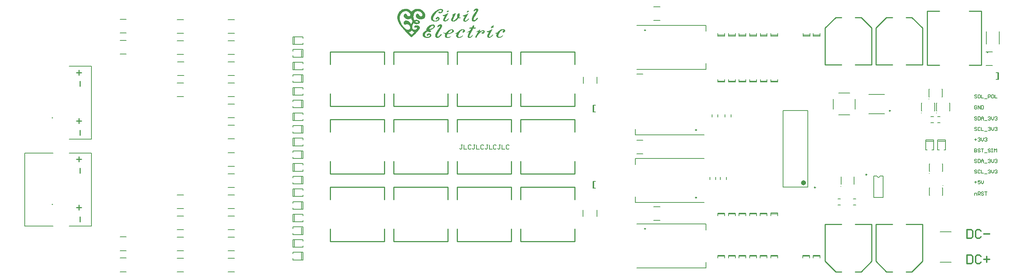
<source format=gto>
G04*
G04 #@! TF.GenerationSoftware,Altium Limited,Altium Designer,18.1.7 (191)*
G04*
G04 Layer_Color=65535*
%FSLAX44Y44*%
%MOMM*%
G71*
G01*
G75*
%ADD10C,0.2000*%
%ADD11C,0.2500*%
%ADD12C,0.6000*%
%ADD13C,0.2032*%
%ADD14C,0.1500*%
%ADD15C,0.2540*%
%ADD16C,0.1270*%
%ADD17C,0.3000*%
%ADD18C,0.1800*%
G36*
X1214891Y872250D02*
X1215282Y872094D01*
X1215828Y871703D01*
X1215907D01*
X1215985Y871625D01*
X1216219Y871312D01*
X1216297Y871156D01*
X1216531Y870844D01*
X1216453Y870688D01*
X1216297Y870375D01*
Y870297D01*
X1216219Y870219D01*
X1216141Y870063D01*
X1215985Y869985D01*
X1215907D01*
X1215828Y869907D01*
X1215438Y869672D01*
X1214813Y869360D01*
X1214188Y868969D01*
X1214110D01*
X1214032Y868891D01*
X1213642Y868657D01*
X1213095Y868344D01*
X1212470Y868032D01*
X1211845D01*
X1211689Y868110D01*
X1211533Y868266D01*
X1211455Y868423D01*
Y868501D01*
X1211376Y868813D01*
X1211455Y869360D01*
X1211533Y869672D01*
X1211689Y870063D01*
Y870141D01*
X1211767Y870297D01*
X1212079Y870766D01*
X1212548Y871312D01*
X1213095Y871859D01*
X1213173Y871937D01*
X1213485Y872094D01*
X1213954Y872250D01*
X1214423Y872328D01*
X1214579D01*
X1214891Y872250D01*
D02*
G37*
G36*
X1197864Y875843D02*
X1198099D01*
X1198411Y875764D01*
X1198724D01*
X1199583Y875686D01*
X1200598Y875530D01*
X1200676D01*
X1200832Y875452D01*
X1201379Y875296D01*
X1202004Y874905D01*
X1202551Y874280D01*
Y874202D01*
X1202629Y874124D01*
X1202863Y873656D01*
X1203019Y872953D01*
Y872562D01*
X1202941Y872094D01*
Y872015D01*
X1202863Y871781D01*
X1202707Y871312D01*
X1202473Y870766D01*
X1202160Y870141D01*
X1201691Y869438D01*
X1201145Y868657D01*
X1200442Y867798D01*
X1200364Y867720D01*
X1200051Y867485D01*
X1199661Y867095D01*
X1199036Y866704D01*
X1198255Y866236D01*
X1197396Y865923D01*
X1196380Y865689D01*
X1195287Y865611D01*
X1195131D01*
X1194584Y865689D01*
X1193959Y865845D01*
X1193334Y866158D01*
X1193178Y866236D01*
X1192866Y866548D01*
X1192475Y867017D01*
X1192006Y867642D01*
X1191928Y867720D01*
Y868032D01*
X1191850Y868423D01*
X1192006Y868891D01*
X1192085Y868969D01*
X1192241Y869204D01*
X1192553Y869516D01*
X1192944Y869672D01*
X1193022D01*
X1193256Y869750D01*
X1194115D01*
X1194350Y869672D01*
X1194506Y869360D01*
X1194584Y869204D01*
X1194662Y868891D01*
Y868735D01*
X1194740Y868423D01*
X1194896Y868110D01*
X1195209Y867954D01*
X1196302D01*
X1196458Y868032D01*
X1196693Y868110D01*
X1197005Y868266D01*
X1197396Y868423D01*
X1197786Y868735D01*
X1198177Y869126D01*
X1198567Y869594D01*
X1198645Y869672D01*
X1198724Y869828D01*
X1198880Y870063D01*
X1199114Y870453D01*
X1199426Y871312D01*
X1199504Y871781D01*
Y872250D01*
Y872328D01*
Y872406D01*
X1199426Y872718D01*
X1199270Y873109D01*
X1198958Y873499D01*
X1198880Y873577D01*
X1198645Y873734D01*
X1198255Y873812D01*
X1197786Y873890D01*
X1197318D01*
X1196927Y873812D01*
X1196380Y873734D01*
X1196302D01*
X1195990Y873656D01*
X1195521Y873577D01*
X1195052Y873421D01*
X1194974D01*
X1194662Y873265D01*
X1194271Y873109D01*
X1193725Y872796D01*
X1193022Y872484D01*
X1192319Y872094D01*
X1190913Y871156D01*
X1190835Y871078D01*
X1190601Y870922D01*
X1190210Y870610D01*
X1189741Y870219D01*
X1189195Y869750D01*
X1188648Y869204D01*
X1187398Y867954D01*
X1187320Y867876D01*
X1187086Y867563D01*
X1186695Y867173D01*
X1186149Y866626D01*
X1185602Y865923D01*
X1184977Y865142D01*
X1183727Y863424D01*
X1183649Y863346D01*
X1183493Y863033D01*
X1183181Y862487D01*
X1182790Y861862D01*
X1182321Y861159D01*
X1181853Y860300D01*
X1180837Y858425D01*
Y858347D01*
X1180759Y858191D01*
X1180603Y857956D01*
X1180447Y857566D01*
X1180135Y856707D01*
X1179822Y855692D01*
Y855613D01*
X1179744Y855457D01*
Y855145D01*
X1179666Y854832D01*
X1179588Y853817D01*
Y852723D01*
Y852645D01*
Y852489D01*
X1179666Y852177D01*
X1179744Y851786D01*
X1180056Y850927D01*
X1180525Y849990D01*
X1180603Y849912D01*
X1180681Y849834D01*
X1181150Y849443D01*
X1181853Y848974D01*
X1182868Y848506D01*
X1182946D01*
X1183259Y848428D01*
X1183649Y848350D01*
X1184274Y848271D01*
X1184899D01*
X1185680Y848350D01*
X1186539Y848506D01*
X1187476Y848818D01*
X1187554Y848896D01*
X1187867Y848974D01*
X1188335Y849209D01*
X1188882Y849521D01*
X1189507Y849912D01*
X1190132Y850458D01*
X1190679Y851005D01*
X1191147Y851708D01*
Y851786D01*
X1191225Y851942D01*
X1191460Y852411D01*
Y852489D01*
X1191538Y852645D01*
X1191616Y853114D01*
Y853192D01*
Y853270D01*
Y853504D01*
X1191538Y853739D01*
Y853817D01*
X1191460Y853895D01*
X1191303Y854051D01*
X1191147Y854129D01*
X1190991Y854208D01*
X1190835D01*
X1190601Y854129D01*
X1190522D01*
X1190366Y854051D01*
X1190210Y853973D01*
X1190054Y853817D01*
Y853739D01*
X1189898Y853661D01*
X1189741Y853192D01*
Y853114D01*
X1189663Y852958D01*
X1189429Y852489D01*
X1189351Y852333D01*
X1189195Y852020D01*
X1188882Y851630D01*
X1188492Y851318D01*
X1188414Y851239D01*
X1188101Y851161D01*
X1187633D01*
X1187008Y851239D01*
X1186852D01*
X1186539Y851396D01*
X1186149Y851630D01*
X1185836Y852020D01*
X1185758Y852099D01*
X1185680Y852411D01*
X1185602Y852880D01*
Y853583D01*
Y853661D01*
X1185680Y853817D01*
Y854051D01*
X1185758Y854364D01*
X1186070Y855067D01*
X1186617Y855692D01*
X1186695D01*
X1186773Y855848D01*
X1187242Y856082D01*
X1187867Y856472D01*
X1188726Y856863D01*
X1188804D01*
X1188960Y856941D01*
X1189195Y857019D01*
X1189507D01*
X1190288Y857176D01*
X1191382D01*
X1191850Y856941D01*
X1192553Y856629D01*
X1192866Y856316D01*
X1193256Y856004D01*
X1193334D01*
X1193412Y855848D01*
X1193803Y855457D01*
X1194115Y854832D01*
X1194271Y854442D01*
X1194350Y854051D01*
Y853973D01*
Y853895D01*
Y853661D01*
Y853348D01*
Y852645D01*
X1194115Y851786D01*
Y851708D01*
X1193959Y851396D01*
X1193803Y851005D01*
X1193490Y850536D01*
X1193178Y849990D01*
X1192787Y849521D01*
X1192241Y848974D01*
X1191694Y848506D01*
X1191616Y848428D01*
X1191382Y848350D01*
X1190991Y848115D01*
X1190522Y847881D01*
X1189976Y847569D01*
X1189351Y847256D01*
X1187867Y846709D01*
X1187711Y846631D01*
X1187320Y846553D01*
X1186695Y846397D01*
X1185992Y846319D01*
X1185836D01*
X1185368Y846241D01*
X1184743Y846163D01*
X1184040Y846085D01*
X1183415D01*
X1183024Y846163D01*
X1182556Y846241D01*
X1181931Y846319D01*
X1180603Y846631D01*
X1179197Y847100D01*
X1177713Y847803D01*
X1176385Y848740D01*
X1175839Y849287D01*
X1175292Y849990D01*
Y850068D01*
X1175214Y850146D01*
X1175058Y850380D01*
X1174979Y850693D01*
X1174823Y851083D01*
X1174667Y851474D01*
X1174433Y852645D01*
X1174355Y854051D01*
X1174433Y855692D01*
X1174589Y856551D01*
X1174745Y857566D01*
X1175136Y858503D01*
X1175526Y859597D01*
Y859675D01*
X1175683Y859909D01*
X1175839Y860221D01*
X1176073Y860612D01*
X1176385Y861159D01*
X1176698Y861784D01*
X1177635Y863268D01*
X1178807Y864908D01*
X1180135Y866548D01*
X1181697Y868266D01*
X1183493Y869828D01*
X1183571Y869907D01*
X1183727Y869985D01*
X1184040Y870219D01*
X1184430Y870453D01*
X1184899Y870844D01*
X1185446Y871156D01*
X1186149Y871625D01*
X1186852Y872094D01*
X1188570Y873031D01*
X1190601Y873968D01*
X1192787Y874905D01*
X1195209Y875686D01*
X1195287D01*
X1195443Y875764D01*
X1195677D01*
X1195990Y875843D01*
X1196849Y875921D01*
X1197864Y875843D01*
D02*
G37*
G36*
X1262145Y871703D02*
X1262691Y871625D01*
X1262848Y871547D01*
X1263082Y871391D01*
X1263394Y871156D01*
X1263707Y870766D01*
Y870688D01*
X1263785Y870610D01*
Y870141D01*
Y870063D01*
Y869907D01*
X1263707Y869750D01*
X1263629Y869672D01*
X1263551D01*
X1263473Y869516D01*
X1263004Y869204D01*
X1262379Y868813D01*
X1261598Y868266D01*
X1261520D01*
X1261442Y868188D01*
X1261208Y868032D01*
X1260895Y867954D01*
X1260114Y867642D01*
X1259177Y867329D01*
Y867407D01*
Y867563D01*
X1259099Y867876D01*
Y868266D01*
X1259177Y869126D01*
X1259333Y869594D01*
X1259489Y870063D01*
Y870141D01*
X1259567Y870297D01*
X1259958Y870766D01*
X1260505Y871312D01*
X1260895Y871547D01*
X1261364Y871703D01*
X1261442D01*
X1261754Y871781D01*
X1262145Y871703D01*
D02*
G37*
G36*
X1116635Y876389D02*
X1117494Y876233D01*
X1118510Y876077D01*
X1119603Y875843D01*
X1120697Y875452D01*
X1121790Y874983D01*
X1121946Y874905D01*
X1122259Y874749D01*
X1122805Y874437D01*
X1123508Y873968D01*
X1124289Y873421D01*
X1125148Y872796D01*
X1126086Y872015D01*
X1127023Y871078D01*
X1127101D01*
X1127179Y870922D01*
X1127570Y870531D01*
X1127648D01*
X1127726Y870375D01*
X1128038Y869985D01*
X1128117D01*
X1128273Y869907D01*
X1128429Y869828D01*
X1128741Y869672D01*
X1128820Y869750D01*
X1128976Y869985D01*
X1129210Y870297D01*
X1129522Y870610D01*
X1129601Y870688D01*
X1129757Y870922D01*
X1130069Y871234D01*
X1130382Y871547D01*
X1130460Y871625D01*
X1130772Y871937D01*
X1131241Y872328D01*
X1131787Y872796D01*
X1132569Y873421D01*
X1133350Y873968D01*
X1134287Y874515D01*
X1135302Y874983D01*
X1135458Y875061D01*
X1135771Y875140D01*
X1136318Y875374D01*
X1137099Y875608D01*
X1137958Y875843D01*
X1138895Y876077D01*
X1139988Y876233D01*
X1141160Y876311D01*
X1143503D01*
X1144597Y876233D01*
X1145846Y876155D01*
X1147096Y875921D01*
X1148424Y875608D01*
X1148502D01*
X1148580Y875530D01*
X1149049Y875452D01*
X1149673Y875140D01*
X1150533Y874827D01*
X1151548Y874280D01*
X1152642Y873734D01*
X1153735Y872953D01*
X1154828Y872094D01*
X1154907Y872015D01*
X1155219Y871781D01*
X1155610Y871391D01*
X1156078Y870844D01*
X1156703Y870297D01*
X1157328Y869594D01*
X1158499Y867954D01*
X1158577Y867876D01*
X1158734Y867563D01*
X1159046Y867095D01*
X1159359Y866470D01*
X1159671Y865767D01*
X1160061Y864908D01*
X1160374Y863971D01*
X1160686Y862955D01*
Y862877D01*
X1160764Y862799D01*
Y862565D01*
X1160843Y862330D01*
X1160921Y861549D01*
X1160999Y860612D01*
X1160921Y859441D01*
X1160686Y858191D01*
X1160296Y856941D01*
X1159671Y855613D01*
X1159593Y855457D01*
X1159280Y855067D01*
X1158734Y854520D01*
X1158031Y853817D01*
X1157172Y853114D01*
X1156078Y852489D01*
X1154828Y851864D01*
X1153344Y851474D01*
X1153188D01*
X1152954Y851396D01*
X1152720D01*
X1151939Y851318D01*
X1151001Y851239D01*
X1149830D01*
X1148658Y851318D01*
X1147330Y851474D01*
X1146081Y851786D01*
X1145925Y851864D01*
X1145534Y852020D01*
X1144909Y852333D01*
X1144050Y852723D01*
X1143113Y853270D01*
X1142097Y853973D01*
X1141082Y854910D01*
X1140067Y855926D01*
Y856004D01*
X1139910Y856082D01*
X1139520Y856629D01*
X1139129Y857332D01*
X1138739Y858191D01*
Y858269D01*
X1138661Y858425D01*
X1138583Y858659D01*
X1138504Y858972D01*
X1138426Y859753D01*
Y860690D01*
Y860768D01*
X1138504Y860925D01*
Y861237D01*
X1138583Y861549D01*
X1138895Y862330D01*
X1139364Y863111D01*
Y863189D01*
X1139520Y863268D01*
X1139910Y863658D01*
X1140613Y864127D01*
X1141472Y864517D01*
X1141551D01*
X1141707Y864595D01*
X1141941D01*
X1142253Y864673D01*
X1142956D01*
X1143659Y864517D01*
X1143737D01*
X1143816Y864439D01*
X1144284Y864205D01*
X1144831Y863736D01*
X1145456Y863111D01*
X1145534Y863033D01*
X1145768Y862721D01*
X1146003Y862330D01*
X1146315Y861862D01*
X1146393Y861784D01*
X1146627Y861471D01*
X1146862Y861003D01*
X1147174Y860534D01*
X1147252Y860456D01*
X1147330Y860300D01*
X1147799Y859753D01*
X1148580Y859128D01*
X1149049Y858894D01*
X1149517Y858659D01*
X1149595D01*
X1149752Y858581D01*
X1150064D01*
X1150377Y858503D01*
X1151314Y858581D01*
X1151782Y858738D01*
X1152329Y858972D01*
X1152407D01*
X1152563Y859128D01*
X1153032Y859519D01*
X1153579Y860143D01*
X1153891Y860612D01*
X1154047Y861081D01*
Y861159D01*
X1154126Y861315D01*
Y861627D01*
X1154204Y862018D01*
X1154126Y863033D01*
X1154047Y863580D01*
X1153813Y864127D01*
Y864205D01*
X1153735Y864283D01*
X1153501Y864830D01*
X1153032Y865533D01*
X1152407Y866392D01*
X1151470Y867329D01*
X1150377Y868266D01*
X1149049Y869204D01*
X1147409Y869907D01*
X1147330D01*
X1147174Y869985D01*
X1146940Y870063D01*
X1146627Y870141D01*
X1145768Y870375D01*
X1144597Y870610D01*
X1143269Y870688D01*
X1141863Y870610D01*
X1140301Y870375D01*
X1139598Y870141D01*
X1138817Y869828D01*
X1138739D01*
X1138504Y869672D01*
X1138114Y869438D01*
X1137645Y869204D01*
X1137177Y868813D01*
X1136630Y868344D01*
X1136083Y867876D01*
X1135615Y867251D01*
X1135536Y867173D01*
X1135380Y866939D01*
X1135224Y866626D01*
X1134912Y866158D01*
X1134599Y865611D01*
X1134365Y864986D01*
X1133818Y863580D01*
Y863424D01*
X1133740Y863111D01*
X1133584Y862487D01*
X1133506Y861705D01*
X1133350Y860846D01*
X1133193Y859831D01*
X1133115Y857644D01*
Y857488D01*
Y857097D01*
X1133193Y856551D01*
X1133271Y855770D01*
X1133350Y854832D01*
X1133506Y853817D01*
X1133740Y852723D01*
X1134053Y851630D01*
Y851552D01*
X1134131Y851396D01*
X1134365Y850849D01*
X1134677Y850302D01*
X1134834Y850068D01*
X1134990Y849912D01*
X1135927D01*
X1136396Y849990D01*
X1136864Y850068D01*
X1136942D01*
X1137255Y850146D01*
X1137645Y850224D01*
X1138192Y850302D01*
X1138817D01*
X1139520Y850380D01*
X1141082Y850302D01*
X1141160D01*
X1141394Y850224D01*
X1141863Y850146D01*
X1142332Y850068D01*
X1142956Y849912D01*
X1143659Y849677D01*
X1145065Y849131D01*
X1145143D01*
X1145221Y849053D01*
X1145300D01*
X1145456Y848974D01*
X1145534D01*
X1145612Y848818D01*
X1146159Y848506D01*
X1146784Y847959D01*
X1147487Y847334D01*
X1147565Y847256D01*
X1147643Y847178D01*
X1147799Y846944D01*
X1147955Y846709D01*
X1148189Y845928D01*
X1148346Y845460D01*
Y844913D01*
Y844835D01*
Y844679D01*
X1148268Y844366D01*
Y844054D01*
X1147955Y843195D01*
X1147721Y842804D01*
X1147409Y842414D01*
X1147330D01*
X1147252Y842257D01*
X1146784Y841867D01*
X1146003Y841398D01*
X1145143Y840930D01*
X1145065Y840852D01*
X1144675Y840773D01*
X1144206Y840617D01*
X1143503Y840383D01*
X1142722Y840227D01*
X1141785Y840070D01*
X1140848Y839914D01*
X1139832D01*
X1139442Y839992D01*
X1138973Y840070D01*
X1138270Y840149D01*
X1137489Y840383D01*
X1136630Y840695D01*
X1135771Y841164D01*
X1134834Y841711D01*
X1134755Y841789D01*
X1134443Y841945D01*
X1134053Y842179D01*
X1133662D01*
X1133428Y842023D01*
X1133115Y841789D01*
X1132803Y841398D01*
X1132725Y841320D01*
X1132569Y841008D01*
X1132256Y840539D01*
X1131944Y839992D01*
X1131553Y839289D01*
X1131163Y838508D01*
X1130850Y837649D01*
X1130538Y836712D01*
Y836634D01*
X1130460Y836243D01*
X1130303Y835775D01*
X1130225Y835150D01*
X1130147Y834291D01*
Y833431D01*
Y832416D01*
X1130225Y831401D01*
Y831323D01*
X1130303Y831088D01*
X1130382Y830776D01*
X1130538Y830307D01*
X1130772Y829761D01*
X1131085Y829292D01*
X1131397Y828745D01*
X1131866Y828198D01*
X1131944Y828120D01*
X1132100Y827964D01*
X1132412Y827730D01*
X1132803Y827496D01*
X1133271Y827261D01*
X1133818Y826949D01*
X1134365Y826793D01*
X1135068Y826636D01*
X1135693D01*
X1136161Y826714D01*
X1136708Y826793D01*
X1137333Y826949D01*
X1138036Y827183D01*
X1138739Y827574D01*
X1138817Y827652D01*
X1139051Y827808D01*
X1139364Y828042D01*
X1139832Y828355D01*
X1140691Y829214D01*
X1141004Y829682D01*
X1141316Y830229D01*
Y830307D01*
X1141394Y830385D01*
Y830776D01*
Y831245D01*
X1141238Y831791D01*
X1141160Y831869D01*
X1140926Y832104D01*
X1140457Y832338D01*
X1139832Y832416D01*
X1139754D01*
X1139520Y832338D01*
X1139129Y832260D01*
X1138739Y832182D01*
X1138661D01*
X1138426Y832104D01*
X1138114Y832026D01*
X1137723Y831947D01*
X1137645D01*
X1137333Y831869D01*
X1136864Y831791D01*
X1136318D01*
X1136005Y831869D01*
X1135693Y832026D01*
X1135302Y832416D01*
X1135224Y832494D01*
X1135068Y832807D01*
X1134912Y833275D01*
X1134834Y833744D01*
Y833900D01*
X1134912Y834213D01*
X1134990Y834603D01*
X1135146Y835150D01*
Y835228D01*
X1135224Y835306D01*
X1135458Y835697D01*
X1135849Y836243D01*
X1136396Y836634D01*
X1136474D01*
X1136552Y836712D01*
X1136942Y836868D01*
X1137489Y837103D01*
X1138192Y837259D01*
X1138270D01*
X1138583Y837337D01*
X1139598D01*
X1140223Y837415D01*
X1141004Y837337D01*
X1142566Y837181D01*
X1142644D01*
X1142878Y837103D01*
X1143269Y836946D01*
X1143816Y836790D01*
X1144362Y836556D01*
X1145065Y836243D01*
X1145690Y835853D01*
X1146393Y835306D01*
X1146471Y835228D01*
X1146627Y835072D01*
X1146940Y834837D01*
X1147252Y834525D01*
X1147877Y833666D01*
X1148111Y833119D01*
X1148268Y832572D01*
Y832494D01*
X1148346Y832338D01*
Y832026D01*
Y831635D01*
X1148268Y831167D01*
X1148111Y830620D01*
X1147877Y830073D01*
X1147487Y829448D01*
X1147409Y829370D01*
X1147330Y829136D01*
X1147096Y828823D01*
X1146862Y828433D01*
X1146081Y827417D01*
X1145221Y826246D01*
X1145143Y826168D01*
X1144987Y826012D01*
X1144753Y825699D01*
X1144441Y825309D01*
X1143659Y824371D01*
X1142800Y823278D01*
Y823200D01*
X1142644Y823122D01*
X1142253Y822653D01*
X1141629Y821950D01*
X1140848Y821013D01*
X1139832Y819919D01*
X1138739Y818748D01*
X1137567Y817498D01*
X1136318Y816170D01*
X1136161Y816014D01*
X1135771Y815546D01*
X1135068Y814921D01*
X1134209Y814062D01*
X1133193Y813046D01*
X1132022Y811953D01*
X1130694Y810781D01*
X1129366Y809610D01*
X1129288Y809531D01*
X1129054Y809297D01*
X1128898Y809219D01*
X1128585Y809063D01*
X1128507Y809141D01*
X1128351Y809219D01*
X1128117Y809453D01*
X1127804Y809688D01*
X1127023Y810312D01*
X1126086Y811015D01*
X1126008Y811094D01*
X1125852Y811172D01*
X1125617Y811406D01*
X1125305Y811640D01*
X1124602Y812343D01*
X1123743Y813124D01*
X1123665Y813202D01*
X1123508Y813359D01*
X1123196Y813671D01*
X1122805Y814062D01*
X1122337Y814530D01*
X1121712Y815077D01*
X1121087Y815702D01*
X1120384Y816405D01*
X1118744Y818045D01*
X1116947Y819919D01*
X1115073Y821872D01*
X1113198Y823903D01*
X1113120Y823981D01*
X1112964Y824137D01*
X1112730Y824449D01*
X1112339Y824840D01*
X1111871Y825387D01*
X1111324Y826012D01*
X1110777Y826636D01*
X1110074Y827417D01*
X1108590Y829136D01*
X1107028Y831088D01*
X1105310Y833275D01*
X1103592Y835462D01*
X1103513Y835619D01*
X1103201Y836009D01*
X1102811Y836556D01*
X1102186Y837337D01*
X1101561Y838274D01*
X1100858Y839289D01*
X1099374Y841476D01*
X1099296Y841633D01*
X1099062Y842023D01*
X1098671Y842648D01*
X1098280Y843507D01*
X1097734Y844522D01*
X1097265Y845616D01*
X1096718Y846866D01*
X1096250Y848193D01*
Y848271D01*
X1096172Y848350D01*
X1096094Y848584D01*
X1096015Y848896D01*
X1095859Y849755D01*
X1095625Y850771D01*
X1095312Y852020D01*
X1095156Y853426D01*
X1095000Y854910D01*
X1094922Y856394D01*
Y856472D01*
Y856707D01*
Y857097D01*
X1095000Y857566D01*
Y858191D01*
X1095078Y858816D01*
X1095234Y860143D01*
Y860221D01*
X1095312Y860378D01*
X1095390Y860690D01*
X1095469Y861081D01*
X1095625Y861627D01*
X1095781Y862174D01*
X1096328Y863580D01*
X1097031Y865220D01*
X1098046Y867017D01*
X1098671Y867954D01*
X1099296Y868891D01*
X1100077Y869828D01*
X1100936Y870766D01*
X1101092Y870922D01*
X1101483Y871312D01*
X1102029Y871859D01*
X1102889Y872484D01*
X1103826Y873187D01*
X1104997Y873968D01*
X1106169Y874593D01*
X1107497Y875140D01*
X1107575D01*
X1107653Y875218D01*
X1108122Y875374D01*
X1108903Y875530D01*
X1109840Y875843D01*
X1111012Y876077D01*
X1112339Y876233D01*
X1113823Y876389D01*
X1115385Y876467D01*
X1116010D01*
X1116635Y876389D01*
D02*
G37*
G36*
X1231918Y866079D02*
X1232152Y865923D01*
X1232231D01*
X1232309Y865767D01*
X1232387Y865533D01*
X1232465Y865220D01*
Y865142D01*
Y864986D01*
Y864439D01*
Y864361D01*
X1232309Y864127D01*
X1232152Y863658D01*
X1231918Y863189D01*
X1231684Y862565D01*
X1231371Y861862D01*
X1230668Y860378D01*
X1230590Y860300D01*
X1230512Y860065D01*
X1230356Y859675D01*
X1230122Y859128D01*
X1229809Y858581D01*
X1229497Y857878D01*
X1228794Y856394D01*
Y856316D01*
X1228716Y856160D01*
X1228560Y855926D01*
X1228403Y855535D01*
X1228013Y854676D01*
X1227622Y853661D01*
Y853583D01*
X1227544Y853426D01*
X1227388Y853192D01*
X1227310Y852802D01*
X1226919Y852020D01*
X1226529Y851005D01*
Y850927D01*
X1226451Y850771D01*
X1226373Y850224D01*
Y850146D01*
Y849990D01*
X1226294Y849599D01*
Y849443D01*
Y849131D01*
X1226451Y848740D01*
X1226763Y848428D01*
X1226841Y848350D01*
X1227076Y848271D01*
X1227466Y848193D01*
X1227935Y848271D01*
X1228013Y848350D01*
X1228091D01*
X1228169Y848428D01*
X1228247Y848506D01*
X1228560Y848662D01*
X1228950Y848974D01*
X1229419Y849365D01*
X1230044Y849755D01*
X1230747Y850302D01*
X1232231Y851396D01*
X1232309Y851474D01*
X1232543Y851708D01*
X1232933Y852020D01*
X1233402Y852411D01*
X1233949Y852958D01*
X1234574Y853583D01*
X1235745Y854988D01*
X1235823Y855067D01*
X1235980Y855379D01*
X1236136Y855770D01*
X1236214Y856160D01*
Y856238D01*
Y856551D01*
X1236136Y857019D01*
X1236058Y857488D01*
Y857566D01*
X1235980Y857878D01*
X1235901Y858269D01*
X1235823Y858816D01*
Y859441D01*
Y860143D01*
Y860846D01*
X1235980Y861549D01*
Y861627D01*
X1236058Y861862D01*
X1236214Y862252D01*
X1236448Y862721D01*
X1236761Y863268D01*
X1237229Y863814D01*
X1237776Y864439D01*
X1238401Y864986D01*
X1238479Y865064D01*
X1238791Y865298D01*
X1239182Y865533D01*
X1239650Y865767D01*
X1239807Y865845D01*
X1240119Y865923D01*
X1240588D01*
X1241134Y865767D01*
X1241213D01*
X1241291Y865689D01*
X1241603Y865455D01*
X1241994Y865064D01*
X1242306Y864595D01*
Y864439D01*
X1242384Y864127D01*
X1242462Y863580D01*
Y862955D01*
Y862799D01*
Y862409D01*
X1242384Y861862D01*
X1242306Y861237D01*
Y861081D01*
X1242228Y860690D01*
X1242072Y860221D01*
X1241916Y859597D01*
Y859441D01*
X1241759Y859050D01*
X1241603Y858581D01*
X1241369Y857956D01*
X1241291Y857800D01*
X1241213Y857410D01*
X1240978Y856863D01*
X1240744Y856238D01*
X1240822D01*
X1240900Y856082D01*
X1241369Y855848D01*
X1241994Y855692D01*
X1242384D01*
X1242775Y855770D01*
X1242853D01*
X1242931Y855848D01*
X1243400Y855926D01*
X1244102D01*
X1244883Y855770D01*
X1244805Y855692D01*
X1244727Y855535D01*
X1244259Y855067D01*
X1243634Y854520D01*
X1242775Y853973D01*
X1242697D01*
X1242540Y853895D01*
X1242306Y853817D01*
X1241994Y853739D01*
X1241213Y853661D01*
X1240744D01*
X1240197Y853739D01*
X1240041D01*
X1239729Y853817D01*
X1239260Y853739D01*
X1238791Y853661D01*
X1238713Y853583D01*
X1238479Y853504D01*
X1238167Y853270D01*
X1237776Y852880D01*
Y852802D01*
X1237620Y852723D01*
X1237229Y852255D01*
X1236683Y851630D01*
X1236058Y850927D01*
X1235980Y850849D01*
X1235901Y850771D01*
X1235511Y850302D01*
X1234886Y849755D01*
X1234183Y849209D01*
X1234105Y849131D01*
X1233871Y848896D01*
X1233402Y848584D01*
X1232933Y848193D01*
X1232231Y847803D01*
X1231528Y847412D01*
X1230668Y847022D01*
X1229809Y846709D01*
X1229731D01*
X1229419Y846631D01*
X1228950Y846475D01*
X1228325Y846397D01*
X1227544Y846319D01*
X1226685D01*
X1225748Y846397D01*
X1224732Y846553D01*
X1224654D01*
X1224498Y846631D01*
X1223951Y846787D01*
X1223326Y847100D01*
X1223092Y847334D01*
X1222858Y847569D01*
X1222780Y847725D01*
X1222545Y848115D01*
X1222311Y848818D01*
X1222155Y849755D01*
Y849834D01*
Y849912D01*
X1222077Y850458D01*
X1222155Y851161D01*
X1222233Y851942D01*
Y852020D01*
X1222311Y852099D01*
X1222467Y852645D01*
X1222702Y853270D01*
X1223014Y854051D01*
Y854129D01*
X1223092Y854286D01*
X1223248Y854598D01*
X1223405Y854910D01*
X1223873Y855770D01*
X1224342Y856785D01*
Y856863D01*
X1224420Y857019D01*
X1224576Y857254D01*
X1224732Y857644D01*
X1225201Y858503D01*
X1225670Y859519D01*
X1225748Y859597D01*
X1225826Y859753D01*
X1226060Y860221D01*
X1226138Y860300D01*
X1226216Y860456D01*
X1226373Y860768D01*
X1226529Y861159D01*
X1226060D01*
X1225592Y861081D01*
X1225045D01*
X1224732Y861003D01*
X1224342D01*
X1223951Y860925D01*
Y861003D01*
Y861081D01*
Y861315D01*
Y861393D01*
Y861471D01*
X1224029Y861549D01*
X1224264Y861705D01*
X1224576Y861940D01*
X1224967Y862174D01*
X1226060Y862955D01*
X1227232Y863736D01*
X1227310Y863814D01*
X1227544Y863971D01*
X1227857Y864205D01*
X1228325Y864439D01*
X1229341Y865220D01*
X1230590Y866001D01*
X1230668D01*
X1230825Y866079D01*
X1231059Y866158D01*
X1231684D01*
X1231918Y866079D01*
D02*
G37*
G36*
X1215204Y866392D02*
X1215126Y866158D01*
X1214969Y865767D01*
X1214735Y865298D01*
X1214110Y864205D01*
X1213485Y862955D01*
Y862877D01*
X1213329Y862643D01*
X1213251Y862330D01*
X1213017Y861940D01*
X1212548Y860846D01*
X1211923Y859675D01*
Y859597D01*
X1211767Y859441D01*
X1211689Y859128D01*
X1211455Y858816D01*
X1210986Y857878D01*
X1210439Y856863D01*
Y856785D01*
X1210283Y856629D01*
X1210127Y856316D01*
X1209971Y856004D01*
X1209424Y855067D01*
X1208877Y853973D01*
X1208799Y853895D01*
X1208721Y853661D01*
X1208487Y853270D01*
X1208330Y852802D01*
X1208252Y852723D01*
X1208174Y852489D01*
X1207940Y852099D01*
X1207784Y851630D01*
Y851552D01*
X1207706Y851474D01*
X1207549Y851005D01*
X1207393Y850380D01*
X1207315Y849755D01*
Y849677D01*
X1207393Y849365D01*
X1207549Y848974D01*
X1207862Y848662D01*
X1207940D01*
X1208018Y848584D01*
X1208409Y848506D01*
X1208877Y848428D01*
X1209190Y848506D01*
X1209424Y848584D01*
X1209502Y848662D01*
X1209814Y848818D01*
X1210205Y849053D01*
X1210674Y849365D01*
X1210752D01*
X1210830Y849521D01*
X1211298Y849912D01*
X1211923Y850458D01*
X1212704Y851083D01*
X1212782Y851161D01*
X1212860Y851239D01*
X1213329Y851630D01*
X1213954Y852255D01*
X1214657Y852880D01*
X1214735Y852958D01*
X1214891Y853114D01*
X1215438Y853583D01*
X1215516Y853661D01*
X1215672Y853817D01*
X1216219Y854286D01*
X1216297Y854208D01*
X1216531Y853973D01*
X1216688Y853661D01*
X1216766Y853348D01*
Y853270D01*
X1216688Y853114D01*
X1216453Y852645D01*
X1216375Y852567D01*
X1216219Y852333D01*
X1215985Y851942D01*
X1215594Y851552D01*
X1214657Y850458D01*
X1213485Y849287D01*
X1213407Y849209D01*
X1213251Y849053D01*
X1212939Y848740D01*
X1212470Y848428D01*
X1211923Y848037D01*
X1211376Y847647D01*
X1210674Y847178D01*
X1209893Y846787D01*
X1209814D01*
X1209736Y846709D01*
X1209502Y846631D01*
X1209190Y846553D01*
X1208487Y846397D01*
X1207627Y846319D01*
X1207159D01*
X1206846Y846397D01*
X1206143Y846553D01*
X1205284Y846787D01*
X1205206D01*
X1205128Y846866D01*
X1204659Y847178D01*
X1204113Y847647D01*
X1203566Y848350D01*
Y848428D01*
X1203488Y848584D01*
X1203410Y848818D01*
X1203332Y849131D01*
X1203253Y849912D01*
Y850927D01*
Y851005D01*
Y851083D01*
X1203410Y851552D01*
X1203566Y852177D01*
X1203800Y852880D01*
Y852958D01*
X1203878Y853036D01*
X1204035Y853504D01*
X1204269Y854129D01*
X1204503Y854832D01*
Y854910D01*
X1204581Y854988D01*
X1204816Y855457D01*
X1205128Y856082D01*
X1205519Y856863D01*
Y856941D01*
X1205597Y857019D01*
X1205909Y857488D01*
X1206221Y858191D01*
X1206690Y859050D01*
X1204816D01*
X1204503Y859128D01*
X1204425D01*
X1204191Y859206D01*
X1203878Y859284D01*
X1203488Y859441D01*
X1203410Y859519D01*
X1203175Y859597D01*
X1202629Y859909D01*
X1202551Y859987D01*
X1202394Y860221D01*
X1202238Y860612D01*
X1202316Y861003D01*
Y861081D01*
X1202473Y861315D01*
X1202785Y861549D01*
X1203175Y861627D01*
X1203644D01*
X1204113Y861705D01*
X1204816Y861784D01*
X1205519Y861862D01*
X1206378Y862096D01*
X1207159Y862330D01*
X1208018Y862721D01*
X1208096Y862799D01*
X1208409Y862877D01*
X1208877Y863111D01*
X1209424Y863424D01*
X1210127Y863736D01*
X1210830Y864127D01*
X1212470Y864986D01*
X1212548Y865064D01*
X1212860Y865220D01*
X1213251Y865455D01*
X1213720Y865689D01*
X1213798Y865767D01*
X1214188Y865923D01*
X1214657Y866158D01*
X1215282Y866470D01*
X1215204Y866392D01*
D02*
G37*
G36*
X1283077Y877014D02*
X1283546Y876858D01*
X1283624D01*
X1283780Y876780D01*
X1284326Y876624D01*
X1284951Y876233D01*
X1285498Y875686D01*
X1285576Y875530D01*
X1285811Y875140D01*
X1285967Y874437D01*
Y874046D01*
X1285889Y873577D01*
Y873499D01*
Y873421D01*
X1285732Y872875D01*
X1285576Y872172D01*
X1285264Y871391D01*
Y871312D01*
X1285186Y871234D01*
X1285029Y870766D01*
X1284717Y870141D01*
X1284326Y869438D01*
X1284248Y869282D01*
X1284014Y868813D01*
X1283624Y868110D01*
X1283077Y867173D01*
X1282452Y866079D01*
X1281827Y864908D01*
X1281046Y863580D01*
X1280265Y862252D01*
X1280187Y862096D01*
X1279875Y861627D01*
X1279484Y860925D01*
X1278937Y860065D01*
X1278313Y858972D01*
X1277609Y857800D01*
X1276907Y856472D01*
X1276125Y855145D01*
X1276047Y854988D01*
X1275891Y854676D01*
X1275579Y854129D01*
X1275344Y853426D01*
Y853348D01*
X1275266Y853270D01*
X1275188Y852880D01*
X1275032Y852255D01*
X1274876Y851552D01*
Y851474D01*
Y851318D01*
X1274798Y850849D01*
X1274876Y850224D01*
X1275032Y849990D01*
X1275266Y849755D01*
X1275423Y849677D01*
X1275735Y849599D01*
X1276360Y849521D01*
X1276672Y849599D01*
X1277141Y849677D01*
X1277219D01*
X1277375Y849755D01*
X1277609Y849834D01*
X1277844Y849990D01*
X1278547Y850302D01*
X1279250Y850849D01*
X1279328Y850927D01*
X1279406Y851005D01*
X1279796Y851396D01*
X1280421Y851942D01*
X1281046Y852645D01*
X1281124Y852723D01*
X1281358Y853036D01*
X1281671Y853426D01*
X1282061Y853817D01*
X1282140Y853895D01*
X1282374Y854129D01*
X1282686Y854442D01*
X1283155Y854754D01*
X1283233D01*
X1283389Y854832D01*
X1283624Y854910D01*
X1284326D01*
X1284639Y854832D01*
X1284795Y854676D01*
X1284873Y854598D01*
X1284951Y854520D01*
X1285029Y854208D01*
Y853817D01*
Y853739D01*
Y853504D01*
X1284951Y853192D01*
X1284795Y852958D01*
X1284717Y852880D01*
X1284483Y852645D01*
X1284170Y852255D01*
X1283780Y851786D01*
X1283233Y851239D01*
X1282686Y850693D01*
X1281437Y849443D01*
X1281358Y849365D01*
X1281124Y849131D01*
X1280734Y848818D01*
X1280265Y848428D01*
X1279640Y848037D01*
X1278937Y847569D01*
X1278156Y847100D01*
X1277297Y846631D01*
X1277219Y846553D01*
X1276907Y846475D01*
X1276438Y846319D01*
X1275813Y846241D01*
X1275110Y846163D01*
X1274407Y846241D01*
X1273626Y846397D01*
X1272845Y846787D01*
X1272767Y846866D01*
X1272533Y847022D01*
X1272220Y847334D01*
X1271908Y847725D01*
X1271517Y848271D01*
X1271127Y848896D01*
X1270814Y849599D01*
X1270658Y850380D01*
Y850458D01*
Y850615D01*
X1270580Y851005D01*
Y851083D01*
Y851239D01*
Y851552D01*
X1270502Y851864D01*
Y851942D01*
X1270580Y852177D01*
Y852567D01*
X1270658Y853036D01*
X1270814Y853661D01*
X1270971Y854286D01*
X1271283Y855692D01*
Y855770D01*
X1271361Y856004D01*
X1271517Y856394D01*
X1271674Y856863D01*
X1271908Y857410D01*
X1272142Y858035D01*
X1272689Y859362D01*
X1272767Y859441D01*
X1272845Y859675D01*
X1273079Y860065D01*
X1273392Y860534D01*
X1273782Y861081D01*
X1274173Y861705D01*
X1275032Y863033D01*
X1275110Y863111D01*
X1275266Y863346D01*
X1275501Y863736D01*
X1275813Y864205D01*
X1276204Y864752D01*
X1276594Y865377D01*
X1277531Y866704D01*
Y866782D01*
X1277688Y866861D01*
X1278000Y867329D01*
X1278469Y867954D01*
X1279015Y868579D01*
Y868657D01*
X1279172Y868735D01*
X1279484Y869126D01*
X1279953Y869750D01*
X1280499Y870375D01*
X1280578Y870453D01*
X1280656Y870610D01*
X1280968Y871000D01*
Y871078D01*
X1281046Y871234D01*
X1281280Y871703D01*
Y871781D01*
X1281358Y872094D01*
X1281280Y872406D01*
X1281124Y872796D01*
X1281046Y872875D01*
X1280890Y872953D01*
X1280578Y873031D01*
X1280109Y872953D01*
X1280031Y872875D01*
X1279718Y872796D01*
X1279328Y872562D01*
X1278937Y872328D01*
X1278859Y872250D01*
X1278547Y872094D01*
X1278156Y871859D01*
X1277766Y871547D01*
X1277688Y871469D01*
X1277453Y871312D01*
X1277141Y871000D01*
X1276750Y870610D01*
X1276672Y870531D01*
X1276438Y870453D01*
X1275891D01*
X1275657Y870610D01*
X1275579Y870688D01*
X1275344Y871000D01*
X1275188Y871391D01*
Y871859D01*
Y872015D01*
X1275344Y872328D01*
X1275423Y872718D01*
X1275657Y873265D01*
X1275735Y873343D01*
X1275891Y873577D01*
X1276125Y873968D01*
X1276438Y874359D01*
X1276907Y874905D01*
X1277531Y875374D01*
X1278234Y875843D01*
X1279093Y876311D01*
X1279172D01*
X1279406Y876467D01*
X1279718Y876545D01*
X1280109Y876702D01*
X1281124Y876936D01*
X1282218Y877092D01*
X1282608D01*
X1283077Y877014D01*
D02*
G37*
G36*
X1262613Y865845D02*
X1262535Y865611D01*
X1262379Y865220D01*
X1262145Y864752D01*
X1261832Y864205D01*
X1261520Y863658D01*
X1260895Y862330D01*
Y862252D01*
X1260739Y862018D01*
X1260583Y861705D01*
X1260348Y861315D01*
X1259802Y860221D01*
X1259177Y859050D01*
Y858972D01*
X1259020Y858816D01*
X1258942Y858503D01*
X1258708Y858191D01*
X1258240Y857254D01*
X1257693Y856238D01*
Y856160D01*
X1257536Y856004D01*
X1257380Y855692D01*
X1257224Y855379D01*
X1256756Y854442D01*
X1256209Y853426D01*
X1256131Y853348D01*
X1256052Y853114D01*
X1255818Y852723D01*
X1255662Y852255D01*
X1255584Y852177D01*
X1255506Y851942D01*
X1255272Y851552D01*
X1255115Y851083D01*
Y851005D01*
X1255037Y850927D01*
X1254881Y850458D01*
X1254725Y849912D01*
Y849287D01*
Y849131D01*
X1254803Y848896D01*
X1254959Y848506D01*
X1255272Y848193D01*
X1255350D01*
X1255428Y848115D01*
X1255818Y847959D01*
X1256287Y847881D01*
X1256521Y847959D01*
X1256756Y848037D01*
X1256912Y848115D01*
X1257146Y848271D01*
X1257615Y848506D01*
X1258005Y848818D01*
X1258083Y848896D01*
X1258161Y848974D01*
X1258708Y849365D01*
X1259333Y849990D01*
X1260114Y850615D01*
X1260192Y850693D01*
X1260270Y850771D01*
X1260739Y851239D01*
X1261442Y851864D01*
X1262223Y852567D01*
X1262301Y852645D01*
X1262457Y852802D01*
X1262926Y853192D01*
X1263004Y853270D01*
X1263160Y853348D01*
X1263707Y853817D01*
X1263785Y853661D01*
X1263941Y853348D01*
X1264019Y852958D01*
Y852567D01*
Y852489D01*
X1263941Y852333D01*
X1263551Y851786D01*
X1263473Y851708D01*
X1263316Y851474D01*
X1263082Y851161D01*
X1262770Y850771D01*
X1261989Y849834D01*
X1260973Y848818D01*
X1260895Y848740D01*
X1260739Y848584D01*
X1260426Y848350D01*
X1260036Y848037D01*
X1259489Y847647D01*
X1258942Y847256D01*
X1257693Y846475D01*
X1257615D01*
X1257380Y846319D01*
X1257068Y846241D01*
X1256756Y846085D01*
X1256677D01*
X1256443Y846006D01*
X1256131Y845928D01*
X1255818Y845850D01*
X1254256D01*
X1253553Y846006D01*
X1252850Y846241D01*
X1252225Y846553D01*
X1251600Y847100D01*
X1251522Y847178D01*
X1251366Y847412D01*
X1251132Y847725D01*
X1250898Y848271D01*
X1250741Y848896D01*
X1250585Y849599D01*
X1250663Y850458D01*
X1250819Y851396D01*
Y851474D01*
X1250898Y851552D01*
X1251054Y852099D01*
X1251288Y852802D01*
X1251679Y853583D01*
Y853661D01*
X1251757Y853739D01*
X1251991Y854286D01*
X1252303Y854988D01*
X1252694Y855770D01*
X1252772Y855848D01*
X1252850Y856160D01*
X1253084Y856629D01*
X1253319Y857097D01*
X1253397Y857254D01*
X1253553Y857566D01*
X1253788Y858035D01*
X1254022Y858659D01*
X1253084D01*
X1252616Y858581D01*
X1251835D01*
X1251444Y858659D01*
X1251366D01*
X1251132Y858816D01*
X1250585Y859128D01*
X1250507Y859206D01*
X1250351Y859362D01*
X1249804Y859831D01*
Y859909D01*
X1249726Y860065D01*
X1249648Y860300D01*
X1249726Y860612D01*
Y860690D01*
X1249882Y860846D01*
X1250117Y861003D01*
X1250507Y861081D01*
X1251054D01*
X1251600Y861159D01*
X1252382Y861237D01*
X1253319Y861471D01*
X1254256Y861705D01*
X1255272Y862096D01*
X1256287Y862565D01*
X1256443Y862643D01*
X1256756Y862799D01*
X1257224Y863111D01*
X1257927Y863502D01*
X1258708Y863971D01*
X1259645Y864439D01*
X1261598Y865455D01*
X1261676D01*
X1261754Y865533D01*
X1262067Y865611D01*
X1262223Y865689D01*
X1262379Y865845D01*
X1262691Y865923D01*
X1262613Y865845D01*
D02*
G37*
G36*
X1275657Y837181D02*
X1275891Y837103D01*
X1276125Y836946D01*
X1276204Y836868D01*
X1276438Y836556D01*
X1276594Y836009D01*
Y835306D01*
Y835228D01*
X1276516Y835072D01*
X1276360Y834603D01*
Y834525D01*
X1276282Y834369D01*
X1276047Y833900D01*
Y833822D01*
X1275969Y833744D01*
X1275813Y833275D01*
Y833197D01*
X1275735Y833041D01*
X1275579Y832807D01*
X1275423Y832416D01*
X1275579D01*
X1275969Y832338D01*
X1276516D01*
X1277063Y832260D01*
X1277219D01*
X1277531Y832182D01*
X1278000D01*
X1278547Y832104D01*
X1278625D01*
X1278859Y832026D01*
X1279172Y831947D01*
X1279562Y831869D01*
X1279640Y831791D01*
X1279796Y831635D01*
X1280031Y831401D01*
X1280109Y830932D01*
Y830776D01*
X1280031Y830542D01*
X1279875Y830151D01*
X1279562Y829917D01*
X1279484D01*
X1279250Y829839D01*
X1278937Y829761D01*
X1278469Y829682D01*
X1277531D01*
X1276985Y829604D01*
X1276125D01*
X1275579Y829682D01*
X1275032D01*
X1274563Y829604D01*
X1274017Y829370D01*
X1273939Y829292D01*
X1273704Y829058D01*
X1273392Y828667D01*
X1273079Y828120D01*
Y828042D01*
X1272923Y827886D01*
X1272845Y827574D01*
X1272611Y827183D01*
X1272142Y826168D01*
X1271517Y824996D01*
Y824918D01*
X1271361Y824762D01*
X1271205Y824449D01*
X1271049Y824059D01*
X1270502Y823122D01*
X1269877Y821950D01*
X1269799Y821872D01*
X1269721Y821638D01*
X1269487Y821247D01*
X1269252Y820700D01*
X1268940Y820154D01*
X1268627Y819451D01*
X1267846Y818045D01*
X1267768Y817967D01*
X1267690Y817732D01*
X1267456Y817342D01*
X1267222Y816795D01*
X1266909Y816248D01*
X1266597Y815546D01*
X1265894Y814062D01*
X1265816Y813905D01*
X1265659Y813593D01*
X1265503Y813202D01*
X1265269Y812656D01*
X1265191Y812499D01*
X1265113Y812187D01*
X1264957Y811796D01*
X1264878Y811250D01*
Y811172D01*
Y811094D01*
Y810625D01*
X1265035Y810156D01*
X1265191Y809922D01*
X1265425Y809766D01*
X1265581Y809688D01*
X1265894Y809610D01*
X1266441D01*
X1266753Y809688D01*
X1267065Y809844D01*
X1267222Y809922D01*
X1267534Y810078D01*
X1268003Y810312D01*
X1268471Y810703D01*
X1268627Y810781D01*
X1268940Y811094D01*
X1269330Y811406D01*
X1269799Y811875D01*
X1269955Y812031D01*
X1270268Y812421D01*
X1270814Y812968D01*
X1271439Y813593D01*
Y813671D01*
X1271595Y813749D01*
X1271908Y814140D01*
X1272376Y814686D01*
X1272923Y815311D01*
X1273001D01*
X1273079Y815233D01*
X1273158Y815155D01*
X1273314Y815077D01*
Y814999D01*
X1273236Y814921D01*
X1273158Y814452D01*
Y814374D01*
X1273079Y814296D01*
X1272923Y813827D01*
Y813749D01*
X1272767Y813593D01*
X1272611Y813280D01*
X1272455Y812890D01*
X1271908Y812031D01*
X1271205Y811015D01*
X1271127Y810937D01*
X1271049Y810781D01*
X1270814Y810625D01*
X1270502Y810312D01*
X1269799Y809531D01*
X1268862Y808750D01*
X1268784D01*
X1268706Y808594D01*
X1268237Y808360D01*
X1267612Y807969D01*
X1266831Y807657D01*
X1266753D01*
X1266675Y807579D01*
X1266128Y807501D01*
X1265425Y807345D01*
X1264644Y807266D01*
X1264097D01*
X1263863Y807345D01*
X1263551D01*
X1262848Y807657D01*
X1262457Y807813D01*
X1262067Y808126D01*
X1261989Y808204D01*
X1261910Y808282D01*
X1261754Y808516D01*
X1261520Y808829D01*
X1261208Y809610D01*
X1261051Y810078D01*
Y810547D01*
Y810625D01*
Y810703D01*
Y811250D01*
X1261129Y811953D01*
X1261208Y812734D01*
Y812812D01*
Y812890D01*
X1261364Y813359D01*
X1261520Y813983D01*
X1261754Y814764D01*
Y814843D01*
X1261832Y815077D01*
X1261989Y815389D01*
X1262145Y815858D01*
X1262535Y816873D01*
X1263004Y818123D01*
Y818201D01*
X1263160Y818435D01*
X1263316Y818748D01*
X1263473Y819138D01*
X1263707Y819607D01*
X1264019Y820232D01*
X1264566Y821481D01*
X1264488D01*
X1264254Y821403D01*
X1263941Y821325D01*
X1263551Y821247D01*
X1262613Y820935D01*
X1261520Y820700D01*
X1261442D01*
X1261286Y820622D01*
X1260973Y820544D01*
X1260583Y820466D01*
X1259645Y820232D01*
X1258630Y819997D01*
X1258552Y820076D01*
X1258474Y820154D01*
Y820232D01*
X1258396Y820388D01*
X1258474D01*
X1258552Y820466D01*
X1259020Y820700D01*
X1259645Y821013D01*
X1260426Y821325D01*
X1260505D01*
X1260583Y821403D01*
X1261129Y821638D01*
X1261754Y821950D01*
X1262457Y822341D01*
X1262535D01*
X1262613Y822419D01*
X1263082Y822731D01*
X1263629Y823200D01*
X1264332Y823668D01*
X1264410D01*
X1264488Y823825D01*
X1264957Y824137D01*
X1265581Y824606D01*
X1266206Y825230D01*
X1266362Y825387D01*
X1266675Y825777D01*
X1267143Y826324D01*
X1267690Y827105D01*
Y827183D01*
X1267846Y827261D01*
X1268159Y827808D01*
X1268706Y828511D01*
X1269408Y829370D01*
X1269252D01*
X1268784Y829448D01*
X1267378D01*
X1267065Y829526D01*
X1266675D01*
X1266128Y829604D01*
X1266050D01*
X1265972Y829682D01*
X1265503Y829839D01*
X1265425D01*
X1265347Y829917D01*
X1264957Y830151D01*
Y830229D01*
X1265035Y830385D01*
X1265347Y830932D01*
Y831010D01*
X1265503Y831167D01*
X1265581Y831401D01*
X1265816Y831479D01*
X1265972Y831557D01*
X1266284Y831635D01*
X1266753Y831791D01*
X1267300Y831947D01*
X1267456D01*
X1267768Y832026D01*
X1268940D01*
X1269330Y832104D01*
X1269877Y832182D01*
X1270346Y832338D01*
X1270424Y832416D01*
X1270658Y832651D01*
X1270971Y833041D01*
X1271361Y833588D01*
X1271439Y833744D01*
X1271595Y834056D01*
X1271830Y834447D01*
X1272220Y834994D01*
X1272298Y835072D01*
X1272455Y835384D01*
X1272767Y835775D01*
X1273158Y836243D01*
X1273236Y836321D01*
X1273314Y836400D01*
X1273782Y836790D01*
X1273860Y836868D01*
X1274017Y836946D01*
X1274251Y837103D01*
X1274563Y837181D01*
X1274641D01*
X1274720Y837259D01*
X1275110D01*
X1275657Y837181D01*
D02*
G37*
G36*
X1322598Y838352D02*
X1322520Y838274D01*
X1322364Y837727D01*
X1322129Y837024D01*
X1321817Y836321D01*
Y836243D01*
X1321739Y836165D01*
X1321583Y835697D01*
X1321270Y835072D01*
X1320958Y834369D01*
X1321036D01*
X1321348Y834291D01*
X1321661Y834213D01*
X1322051Y834135D01*
X1322129D01*
X1322364Y834056D01*
X1322754Y833978D01*
X1323301Y833900D01*
X1323223Y833822D01*
X1322910Y833666D01*
X1322520Y833431D01*
X1321973Y833119D01*
X1321348Y832729D01*
X1320645Y832338D01*
X1319161Y831479D01*
X1319083Y831401D01*
X1318849Y831245D01*
X1318380Y831088D01*
X1317912Y830776D01*
X1317287Y830385D01*
X1316662Y829995D01*
X1315178Y829214D01*
Y829292D01*
X1315100Y829370D01*
X1315022D01*
X1314944Y829448D01*
X1315022Y829526D01*
X1315334Y829839D01*
X1315647Y830307D01*
X1316115Y830854D01*
X1316193Y831010D01*
X1316506Y831323D01*
X1316896Y831791D01*
X1317365Y832416D01*
X1317287D01*
X1317052Y832494D01*
X1316740Y832651D01*
X1316350Y832729D01*
X1316272D01*
X1316037Y832807D01*
X1315725Y832885D01*
X1315256Y833041D01*
X1315334Y833119D01*
X1315569Y833275D01*
X1315959Y833510D01*
X1316350Y833900D01*
X1316896Y834291D01*
X1317521Y834759D01*
X1318849Y835697D01*
X1318927Y835775D01*
X1319161Y835931D01*
X1319552Y836165D01*
X1320020Y836478D01*
X1320567Y836946D01*
X1321192Y837415D01*
X1322598Y838430D01*
Y838352D01*
D02*
G37*
G36*
X1179822Y839289D02*
X1180369Y839211D01*
X1180994Y838977D01*
X1181697Y838743D01*
X1182321Y838352D01*
X1182946Y837884D01*
X1183337Y837259D01*
Y837181D01*
X1183415Y836946D01*
X1183493Y836556D01*
X1183571Y836009D01*
Y835384D01*
X1183493Y834603D01*
X1183337Y833744D01*
X1182946Y832807D01*
Y832729D01*
X1182868Y832651D01*
X1182634Y832260D01*
X1182165Y831635D01*
X1181618Y831010D01*
X1181462Y830854D01*
X1181072Y830542D01*
X1180525Y830073D01*
X1179900Y829682D01*
X1179822Y829604D01*
X1179666Y829526D01*
X1179353Y829370D01*
X1179041Y829136D01*
X1178026Y828589D01*
X1176932Y828042D01*
X1176854D01*
X1176698Y827886D01*
X1176385Y827808D01*
X1175995Y827574D01*
X1174979Y827105D01*
X1173886Y826558D01*
X1173808D01*
X1173574Y826480D01*
X1173027Y826168D01*
X1172949D01*
X1172714Y826012D01*
X1172324Y825855D01*
X1171855Y825621D01*
X1172011Y825543D01*
X1172246Y825387D01*
X1172636Y825230D01*
X1173027Y824996D01*
X1173105D01*
X1173261Y824840D01*
X1173808Y824528D01*
X1173886D01*
X1173964Y824371D01*
X1174277Y824059D01*
X1174667Y823512D01*
X1174745Y823278D01*
Y822965D01*
Y822809D01*
X1174511Y822497D01*
X1174120Y822106D01*
X1173886Y821872D01*
X1173495Y821716D01*
X1173417D01*
X1173261Y821638D01*
X1173027Y821560D01*
X1172793Y821481D01*
X1172011Y821325D01*
X1170606D01*
X1170293Y821403D01*
X1169512Y821560D01*
X1168653Y821950D01*
X1168575D01*
X1168419Y822106D01*
X1168106Y822184D01*
X1167716Y822262D01*
X1166778Y822419D01*
X1166310D01*
X1165841Y822341D01*
X1165763D01*
X1165607Y822262D01*
X1165373Y822184D01*
X1165138Y822028D01*
X1164357Y821638D01*
X1163498Y821013D01*
X1163420Y820935D01*
X1163264Y820857D01*
X1163029Y820622D01*
X1162795Y820310D01*
X1162014Y819451D01*
X1161311Y818435D01*
Y818357D01*
X1161155Y818201D01*
X1160999Y817889D01*
X1160843Y817498D01*
X1160686Y817029D01*
X1160452Y816483D01*
X1160218Y815155D01*
Y815077D01*
Y814764D01*
Y814374D01*
X1160296Y813827D01*
X1160374Y813202D01*
X1160608Y812578D01*
X1160921Y811953D01*
X1161311Y811328D01*
X1161389Y811250D01*
X1161545Y811094D01*
X1161858Y810859D01*
X1162248Y810547D01*
X1162717Y810312D01*
X1163342Y810078D01*
X1164045Y809844D01*
X1164826Y809766D01*
X1166544D01*
X1167560Y809922D01*
X1167638D01*
X1167794Y810000D01*
X1168028D01*
X1168341Y810078D01*
X1169200Y810391D01*
X1170059Y810859D01*
X1170137Y810937D01*
X1170371Y811172D01*
X1170684Y811484D01*
X1170996Y811875D01*
X1171074Y811953D01*
X1171230Y812265D01*
X1171465Y812578D01*
X1171621Y813046D01*
Y813124D01*
X1171699Y813280D01*
Y813593D01*
Y813983D01*
Y814062D01*
X1171621Y814296D01*
X1171465Y814530D01*
X1171230Y814764D01*
X1171152D01*
X1170996Y814843D01*
X1170371D01*
X1170137Y814764D01*
X1169825Y814686D01*
X1169434Y814608D01*
X1169356D01*
X1169278Y814530D01*
X1168887Y814140D01*
Y814062D01*
X1168731Y813905D01*
X1168419Y813515D01*
X1168262Y813359D01*
X1167872Y813124D01*
X1167325Y812812D01*
X1166622Y812656D01*
X1166466D01*
X1166076Y812734D01*
X1165607Y812890D01*
X1165060Y813202D01*
X1164982Y813280D01*
X1164748Y813671D01*
X1164513Y814140D01*
Y814452D01*
Y814764D01*
Y814843D01*
Y814921D01*
X1164670Y815389D01*
X1164982Y815936D01*
X1165216Y816327D01*
X1165529Y816639D01*
X1165607Y816717D01*
X1165763Y816873D01*
X1166154Y817108D01*
X1166544Y817420D01*
X1167091Y817732D01*
X1167716Y817967D01*
X1168419Y818201D01*
X1169200Y818357D01*
X1169981D01*
X1170528Y818279D01*
X1171152Y818201D01*
X1171777Y817967D01*
X1172480Y817732D01*
X1173183Y817342D01*
X1173261Y817264D01*
X1173495Y817108D01*
X1173808Y816795D01*
X1174120Y816405D01*
X1174511Y815936D01*
X1174901Y815311D01*
X1175136Y814608D01*
X1175292Y813827D01*
Y813749D01*
Y813515D01*
X1175214Y813046D01*
X1175136Y812578D01*
X1174979Y812031D01*
X1174667Y811406D01*
X1174199Y810781D01*
X1173574Y810156D01*
X1173495Y810078D01*
X1173261Y809922D01*
X1172871Y809610D01*
X1172324Y809297D01*
X1171699Y808907D01*
X1170918Y808516D01*
X1170137Y808204D01*
X1169278Y807891D01*
X1169200D01*
X1168887Y807813D01*
X1168419Y807735D01*
X1167794Y807579D01*
X1167013Y807501D01*
X1166154D01*
X1165294Y807423D01*
X1164279Y807501D01*
X1164123D01*
X1163732Y807579D01*
X1163186Y807657D01*
X1162483Y807813D01*
X1162327D01*
X1161858Y807969D01*
X1161233Y808047D01*
X1160530Y808282D01*
X1160452D01*
X1160374Y808360D01*
X1160140Y808438D01*
X1159827Y808516D01*
X1159046Y808907D01*
X1158109Y809375D01*
X1157172Y810078D01*
X1156234Y810937D01*
X1155375Y812031D01*
X1155063Y812578D01*
X1154828Y813280D01*
Y813359D01*
Y813437D01*
X1154750Y813671D01*
X1154672Y813983D01*
Y814686D01*
Y815702D01*
X1154828Y816795D01*
X1155219Y818045D01*
X1155531Y818748D01*
X1155844Y819373D01*
X1156312Y820076D01*
X1156859Y820700D01*
X1156937Y820779D01*
X1157094Y820935D01*
X1157250Y821169D01*
X1157562Y821481D01*
X1158343Y822184D01*
X1159359Y822887D01*
X1159437Y822965D01*
X1159593Y823044D01*
X1159905Y823200D01*
X1160296Y823434D01*
X1161233Y823981D01*
X1162327Y824449D01*
X1162405D01*
X1162483Y824528D01*
X1162795Y824684D01*
X1163186Y824918D01*
X1163498Y825152D01*
X1163576Y825230D01*
X1163654Y825543D01*
Y826012D01*
X1163498Y826636D01*
Y826714D01*
X1163420Y827027D01*
Y827417D01*
Y827886D01*
Y828042D01*
Y828277D01*
X1163498Y828745D01*
X1163576Y829136D01*
Y829214D01*
X1163654Y829292D01*
X1163967Y829839D01*
X1164279Y830542D01*
X1164748Y831323D01*
Y831401D01*
X1164826Y831557D01*
X1165138Y832026D01*
X1165607Y832651D01*
X1166154Y833275D01*
X1166310Y833353D01*
X1166622Y833666D01*
X1167169Y834135D01*
X1167872Y834759D01*
X1168731Y835384D01*
X1169668Y836087D01*
X1170762Y836790D01*
X1171855Y837415D01*
X1172011Y837493D01*
X1172402Y837649D01*
X1173027Y837962D01*
X1173886Y838274D01*
X1174823Y838587D01*
X1175995Y838899D01*
X1177323Y839133D01*
X1178651Y839289D01*
X1178729Y839368D01*
X1179432D01*
X1179822Y839289D01*
D02*
G37*
G36*
X1290262Y827027D02*
X1290419Y826949D01*
X1290497Y826793D01*
X1290575Y826636D01*
X1290653Y826402D01*
Y826324D01*
Y826168D01*
Y825777D01*
X1290575Y825621D01*
X1290497Y825309D01*
X1290262Y824918D01*
X1290028Y824371D01*
X1289950Y824293D01*
X1289872Y823981D01*
X1289638Y823512D01*
X1289403Y822965D01*
X1289482D01*
X1289716Y823044D01*
X1290028Y823200D01*
X1290419Y823356D01*
X1291434Y823825D01*
X1292528Y824293D01*
X1292606D01*
X1292762Y824371D01*
X1293074Y824528D01*
X1293543Y824684D01*
X1294558Y825074D01*
X1295730Y825465D01*
X1295886D01*
X1296198Y825543D01*
X1296667Y825621D01*
X1298151D01*
X1298698Y825543D01*
X1298776D01*
X1298932Y825465D01*
X1299479Y825309D01*
X1300104Y824996D01*
X1300650Y824449D01*
X1300729Y824293D01*
X1300963Y823825D01*
X1301119Y823200D01*
X1301197Y822262D01*
Y822184D01*
Y822028D01*
X1301119Y821716D01*
X1301041Y821403D01*
X1300729Y820466D01*
X1300416Y819997D01*
X1300104Y819529D01*
X1300026Y819451D01*
X1299948Y819295D01*
X1299713Y819060D01*
X1299401Y818826D01*
X1298620Y818201D01*
X1298151Y817967D01*
X1297604Y817732D01*
X1297526D01*
X1297370Y817654D01*
X1296901Y817576D01*
X1295964D01*
X1295574Y817732D01*
X1295027Y817967D01*
X1294480Y818357D01*
X1294402Y818435D01*
X1294168Y818748D01*
X1294012Y819216D01*
X1293934Y819841D01*
Y819919D01*
X1294012Y820232D01*
X1294246Y820544D01*
X1294636Y820857D01*
X1294793Y820935D01*
X1295105Y821013D01*
X1295730Y821091D01*
X1296511D01*
X1296745Y821013D01*
X1297292Y820935D01*
X1297526D01*
X1297761Y821091D01*
X1297917Y821403D01*
Y821481D01*
X1297995Y821638D01*
X1298073Y821872D01*
Y822184D01*
Y822262D01*
Y822497D01*
X1297917Y822965D01*
X1297839Y823044D01*
X1297761Y823278D01*
X1297526Y823512D01*
X1297214Y823668D01*
X1297136D01*
X1296901Y823746D01*
X1296589D01*
X1296277Y823668D01*
X1296198D01*
X1295886Y823512D01*
X1295496Y823356D01*
X1295027Y823200D01*
X1294949D01*
X1294636Y823044D01*
X1294246Y822887D01*
X1293855Y822653D01*
X1293699Y822575D01*
X1293230Y822262D01*
X1292606Y821794D01*
X1291747Y821091D01*
X1290731Y820310D01*
X1289716Y819451D01*
X1288622Y818513D01*
X1287529Y817420D01*
X1287373Y817264D01*
X1287060Y816873D01*
X1286514Y816248D01*
X1285889Y815389D01*
X1285186Y814374D01*
X1284405Y813202D01*
X1283702Y811875D01*
X1282999Y810391D01*
Y810312D01*
X1282843Y810078D01*
X1282686Y809766D01*
X1282530Y809375D01*
X1281983Y808594D01*
X1281671Y808282D01*
X1281358Y808126D01*
X1281202Y808047D01*
X1280968D01*
X1280656Y807969D01*
X1280187Y807891D01*
X1278859D01*
X1277922Y807969D01*
Y808047D01*
X1278000Y808126D01*
X1278234Y808594D01*
X1278547Y809297D01*
X1279015Y810234D01*
X1279562Y811328D01*
X1280187Y812499D01*
X1280890Y813827D01*
X1281593Y815155D01*
Y815233D01*
X1281671Y815311D01*
X1281905Y815780D01*
X1282296Y816483D01*
X1282843Y817420D01*
X1283467Y818513D01*
X1284170Y819763D01*
X1284873Y821091D01*
X1285732Y822497D01*
X1285654D01*
X1285498Y822419D01*
X1285186D01*
X1284873Y822341D01*
X1284014Y822106D01*
X1283155Y821872D01*
X1282999D01*
X1282764Y821794D01*
X1282452Y821716D01*
X1281749Y821560D01*
X1280890Y821325D01*
Y821403D01*
Y821481D01*
Y821560D01*
X1280812Y821638D01*
X1280890Y821716D01*
X1281124Y821872D01*
X1281202Y821950D01*
X1281515Y822106D01*
X1281593Y822184D01*
X1281827Y822262D01*
X1282218Y822419D01*
X1282686Y822731D01*
X1283233Y822965D01*
X1283858Y823278D01*
X1285186Y823981D01*
X1285264Y824059D01*
X1285498Y824137D01*
X1285889Y824371D01*
X1286279Y824684D01*
X1287373Y825543D01*
X1288544Y826636D01*
X1288622Y826714D01*
X1288857Y826949D01*
X1288935Y827027D01*
X1289247Y827105D01*
X1290106D01*
X1290262Y827027D01*
D02*
G37*
G36*
X1346030Y828120D02*
X1346810Y827964D01*
X1346889D01*
X1347201Y827886D01*
X1347513Y827730D01*
X1347982Y827496D01*
X1348451Y827183D01*
X1348919Y826714D01*
X1349310Y826246D01*
X1349544Y825543D01*
Y825465D01*
X1349622Y825230D01*
Y824918D01*
Y824606D01*
Y824528D01*
Y824371D01*
X1349544Y824137D01*
X1349466Y823825D01*
X1349154Y822965D01*
X1348919Y822497D01*
X1348529Y822028D01*
X1348451Y821950D01*
X1348216Y821716D01*
X1347826Y821403D01*
X1347435Y821091D01*
X1347357Y821013D01*
X1347123Y820857D01*
X1346732Y820622D01*
X1346264Y820310D01*
X1346186Y820232D01*
X1345873Y820154D01*
X1345483Y820076D01*
X1345014Y819997D01*
X1344936D01*
X1344624Y820076D01*
X1344233Y820232D01*
X1343842Y820466D01*
X1343764Y820544D01*
X1343530Y820857D01*
X1343374Y821247D01*
X1343296Y821716D01*
Y821872D01*
X1343374Y822184D01*
X1343530Y822575D01*
X1343686Y823044D01*
X1343764Y823122D01*
X1343921Y823356D01*
X1344389Y823903D01*
X1344467Y823981D01*
X1344624Y824137D01*
X1345092Y824684D01*
X1345170Y824762D01*
X1345248Y824918D01*
X1345405Y825309D01*
Y825387D01*
X1345483Y825543D01*
X1345717Y825934D01*
X1345639D01*
X1345483Y826012D01*
X1345014Y826168D01*
X1344936D01*
X1344780Y826246D01*
X1344233D01*
X1344155Y826168D01*
X1343686Y826012D01*
X1343062Y825855D01*
X1342280Y825543D01*
X1342202D01*
X1342124Y825465D01*
X1341734Y825309D01*
X1341109Y824996D01*
X1340406Y824684D01*
X1340328D01*
X1340172Y824528D01*
X1339937Y824371D01*
X1339547Y824137D01*
X1338766Y823434D01*
X1337985Y822575D01*
X1337907Y822497D01*
X1337829Y822341D01*
X1337672Y822106D01*
X1337438Y821794D01*
X1336891Y821013D01*
X1336266Y819997D01*
X1336188Y819919D01*
X1336110Y819763D01*
X1335954Y819451D01*
X1335720Y818982D01*
X1335173Y817967D01*
X1334548Y816795D01*
Y816717D01*
X1334392Y816483D01*
X1334314Y816170D01*
X1334158Y815780D01*
X1333923Y815233D01*
X1333767Y814608D01*
X1333455Y813280D01*
Y813202D01*
Y812968D01*
Y812578D01*
Y812109D01*
X1333689Y811094D01*
X1333845Y810547D01*
X1334158Y810156D01*
X1334236D01*
X1334314Y810000D01*
X1334626Y809922D01*
X1334939Y809766D01*
X1335329Y809688D01*
X1335876Y809610D01*
X1336501Y809688D01*
X1337204Y809766D01*
X1337282D01*
X1337360Y809844D01*
X1337907Y809922D01*
X1338531Y810156D01*
X1339312Y810469D01*
X1339391D01*
X1339469Y810547D01*
X1339937Y810859D01*
X1340562Y811250D01*
X1341265Y811640D01*
X1341343D01*
X1341421Y811718D01*
X1341812Y812031D01*
X1342359Y812421D01*
X1342983Y812968D01*
X1343062D01*
X1343140Y813124D01*
X1343530Y813437D01*
X1344155Y813905D01*
X1344936Y814452D01*
Y814374D01*
X1344858Y814296D01*
X1344702Y813827D01*
X1344389Y813202D01*
X1343921Y812343D01*
X1343296Y811484D01*
X1342437Y810547D01*
X1341343Y809688D01*
X1340094Y808985D01*
X1340015D01*
X1339937Y808907D01*
X1339469Y808672D01*
X1338688Y808438D01*
X1337750Y808126D01*
X1336657Y807891D01*
X1335485Y807735D01*
X1334158Y807813D01*
X1332908Y808047D01*
X1332830D01*
X1332595Y808204D01*
X1332205Y808360D01*
X1331736Y808594D01*
X1330643Y809219D01*
X1330096Y809688D01*
X1329627Y810156D01*
X1329549Y810234D01*
X1329471Y810469D01*
X1329237Y810781D01*
X1329081Y811250D01*
X1328925Y811796D01*
X1328768Y812499D01*
X1328690Y813280D01*
Y814062D01*
Y814140D01*
Y814218D01*
X1328768Y814608D01*
X1328846Y815155D01*
X1329003Y815780D01*
Y815858D01*
X1329081Y815936D01*
X1329159Y816327D01*
X1329237Y816951D01*
X1329393Y817654D01*
X1329237D01*
X1328925Y817732D01*
X1328378Y817811D01*
X1327753Y817889D01*
X1327597D01*
X1327284Y817967D01*
X1326738Y818045D01*
X1326191Y818123D01*
Y818201D01*
Y818357D01*
Y818435D01*
Y818592D01*
X1326347Y818670D01*
X1326659Y818748D01*
X1327050Y818904D01*
X1327519Y819060D01*
X1327675D01*
X1327987Y819216D01*
X1328378Y819295D01*
X1328925Y819529D01*
X1329003D01*
X1329159Y819607D01*
X1329471Y819763D01*
X1329784Y819919D01*
X1330643Y820388D01*
X1331580Y821091D01*
X1331658Y821169D01*
X1331736Y821247D01*
X1331971Y821481D01*
X1332283Y821794D01*
X1332986Y822497D01*
X1333845Y823278D01*
X1333923Y823356D01*
X1334158Y823590D01*
X1334548Y823903D01*
X1335017Y824293D01*
X1335563Y824762D01*
X1336266Y825309D01*
X1337750Y826402D01*
X1337829Y826480D01*
X1338141Y826636D01*
X1338531Y826871D01*
X1339078Y827105D01*
X1339781Y827417D01*
X1340484Y827652D01*
X1341343Y827886D01*
X1342280Y828042D01*
X1342515D01*
X1342749Y828120D01*
X1342983D01*
X1343764Y828198D01*
X1345327D01*
X1346030Y828120D01*
D02*
G37*
G36*
X1250898Y827886D02*
X1251991Y827652D01*
X1252538Y827496D01*
X1253006Y827261D01*
X1253084D01*
X1253241Y827105D01*
X1253709Y826714D01*
X1254256Y825934D01*
X1254490Y825465D01*
X1254647Y824918D01*
Y824840D01*
Y824684D01*
X1254725Y824449D01*
Y824059D01*
X1254647Y823668D01*
X1254490Y823200D01*
X1254334Y822731D01*
X1254022Y822184D01*
X1253944Y822106D01*
X1253866Y821950D01*
X1253631Y821716D01*
X1253319Y821403D01*
X1252538Y820700D01*
X1251444Y819997D01*
X1251366D01*
X1251054Y819919D01*
X1250898Y819841D01*
X1250663Y819763D01*
X1250038D01*
X1249492Y819841D01*
X1248945Y820076D01*
X1248867Y820154D01*
X1248633Y820466D01*
X1248554Y820935D01*
X1248476Y821247D01*
X1248554Y821638D01*
X1248633Y821794D01*
X1248711Y822106D01*
X1248945Y822497D01*
X1249257Y822965D01*
X1249335Y823044D01*
X1249570Y823356D01*
X1249804Y823746D01*
X1250117Y824215D01*
Y824293D01*
X1250195Y824449D01*
X1250507Y824918D01*
Y824996D01*
X1250585Y825152D01*
X1250898Y825621D01*
X1250819D01*
X1250585Y825699D01*
X1250273D01*
X1249960Y825777D01*
X1249882D01*
X1249726Y825855D01*
X1249023D01*
X1248867Y825777D01*
X1248554D01*
X1248242Y825699D01*
X1247383Y825387D01*
X1246446Y824996D01*
X1246367D01*
X1246211Y824918D01*
X1245977Y824762D01*
X1245665Y824528D01*
X1244962Y824059D01*
X1244181Y823356D01*
X1244102Y823278D01*
X1243868Y822965D01*
X1243478Y822497D01*
X1242931Y821950D01*
X1242384Y821247D01*
X1241837Y820388D01*
X1241213Y819529D01*
X1240666Y818592D01*
X1240588Y818513D01*
X1240432Y818123D01*
X1240197Y817654D01*
X1239963Y816951D01*
X1239572Y816092D01*
X1239260Y815155D01*
X1238948Y814062D01*
X1238713Y812968D01*
Y812890D01*
X1238635Y812578D01*
Y812187D01*
X1238713Y811718D01*
Y811640D01*
X1238791Y811328D01*
X1238869Y810937D01*
X1239026Y810469D01*
X1239104Y810391D01*
X1239260Y810156D01*
X1239494Y809844D01*
X1239885Y809531D01*
X1239963Y809453D01*
X1240275Y809375D01*
X1240666Y809297D01*
X1241369D01*
X1241681Y809375D01*
X1242228Y809531D01*
X1242775Y809610D01*
X1242853D01*
X1243165Y809766D01*
X1243556Y809844D01*
X1244024Y810078D01*
X1244102D01*
X1244259Y810234D01*
X1244571Y810391D01*
X1244962Y810625D01*
X1245899Y811172D01*
X1246992Y811875D01*
X1247070Y811953D01*
X1247227Y812031D01*
X1247539Y812265D01*
X1247930Y812499D01*
X1248867Y813124D01*
X1249960Y813905D01*
X1249882Y813749D01*
X1249726Y813359D01*
X1249492Y812734D01*
X1249023Y812031D01*
X1248398Y811172D01*
X1247617Y810312D01*
X1246602Y809453D01*
X1245352Y808750D01*
X1245196Y808672D01*
X1244727Y808438D01*
X1244024Y808126D01*
X1243165Y807891D01*
X1242072Y807579D01*
X1240822Y807501D01*
X1239494D01*
X1238088Y807735D01*
X1238010D01*
X1237776Y807813D01*
X1237385Y807969D01*
X1236917Y808204D01*
X1236448Y808438D01*
X1235901Y808829D01*
X1235355Y809219D01*
X1234886Y809766D01*
X1234808Y809844D01*
X1234730Y810000D01*
X1234495Y810312D01*
X1234339Y810625D01*
X1234105Y811172D01*
X1233949Y811718D01*
X1233793Y812343D01*
Y813124D01*
Y813202D01*
Y813280D01*
X1233871Y813749D01*
X1233949Y814374D01*
X1234027Y815155D01*
Y815233D01*
X1234105Y815311D01*
X1234183Y815858D01*
X1234261Y816561D01*
X1234417Y817342D01*
X1234261D01*
X1233949Y817420D01*
X1233480Y817498D01*
X1232933Y817576D01*
X1232777D01*
X1232465Y817654D01*
X1231918Y817732D01*
X1231215Y817811D01*
Y817889D01*
X1231293Y817967D01*
X1231371Y818123D01*
X1231450Y818201D01*
X1231528Y818279D01*
X1231606Y818357D01*
X1231684D01*
X1231996Y818435D01*
X1232387Y818592D01*
X1232933Y818826D01*
X1233558Y819060D01*
X1234261Y819373D01*
X1235667Y820154D01*
X1235745Y820232D01*
X1235980Y820388D01*
X1236292Y820700D01*
X1236761Y821013D01*
X1237854Y821950D01*
X1239104Y823122D01*
X1239182Y823200D01*
X1239494Y823512D01*
X1239963Y823903D01*
X1240510Y824371D01*
X1241213Y824918D01*
X1241994Y825465D01*
X1243790Y826636D01*
X1243946Y826714D01*
X1244259Y826871D01*
X1244805Y827027D01*
X1245508Y827339D01*
X1246367Y827574D01*
X1247383Y827730D01*
X1248476Y827886D01*
X1249648Y827964D01*
X1250429D01*
X1250898Y827886D01*
D02*
G37*
G36*
X1224889Y827730D02*
X1225123D01*
X1225904Y827574D01*
X1226685Y827261D01*
X1226763D01*
X1226841Y827183D01*
X1227232Y826793D01*
X1227778Y826246D01*
X1228169Y825387D01*
Y825309D01*
X1228247Y825152D01*
X1228325Y824918D01*
Y824606D01*
X1228403Y823746D01*
X1228325Y823356D01*
X1228247Y822887D01*
Y822809D01*
X1228169Y822731D01*
X1227857Y822184D01*
X1227388Y821560D01*
X1226763Y820935D01*
X1226685D01*
X1226607Y820779D01*
X1226373Y820622D01*
X1226060Y820388D01*
X1225357Y819919D01*
X1224498Y819373D01*
X1224420D01*
X1224264Y819216D01*
X1224029Y819138D01*
X1223717Y818904D01*
X1222936Y818513D01*
X1222077Y818123D01*
X1221999D01*
X1221764Y817967D01*
X1221452Y817889D01*
X1220983Y817654D01*
X1220437Y817498D01*
X1219812Y817264D01*
X1218484Y816873D01*
X1218406D01*
X1218172Y816795D01*
X1217781Y816717D01*
X1217312Y816639D01*
X1216766Y816561D01*
X1214501D01*
X1214110Y816483D01*
X1213642Y816405D01*
X1213095Y816170D01*
X1213017Y816092D01*
X1212860Y815858D01*
X1212626Y815389D01*
X1212470Y814764D01*
Y814608D01*
X1212392Y814296D01*
X1212314Y813749D01*
X1212158Y813124D01*
Y812968D01*
X1212079Y812656D01*
X1212001Y812109D01*
Y811562D01*
Y811484D01*
Y811328D01*
X1212079Y810859D01*
X1212236Y810312D01*
X1212392Y810078D01*
X1212548Y809922D01*
X1212626Y809844D01*
X1213017Y809610D01*
X1213563Y809453D01*
X1214344Y809297D01*
X1214813D01*
X1215126Y809375D01*
X1215907Y809531D01*
X1216766Y809766D01*
X1216844D01*
X1217000Y809844D01*
X1217234Y809922D01*
X1217469Y810000D01*
X1218250Y810312D01*
X1219031Y810703D01*
X1219187Y810781D01*
X1219499Y810937D01*
X1220046Y811172D01*
X1220593Y811484D01*
X1220671D01*
X1220749Y811562D01*
X1221140Y811718D01*
X1221686Y811953D01*
X1222233Y812265D01*
Y812187D01*
X1222311Y812031D01*
X1222389Y811953D01*
X1222467Y811718D01*
X1222389Y811640D01*
X1222155Y811406D01*
X1221764Y811094D01*
X1221218Y810625D01*
X1220593Y810078D01*
X1219812Y809610D01*
X1218172Y808516D01*
X1218093Y808438D01*
X1217781Y808360D01*
X1217234Y808126D01*
X1216609Y807891D01*
X1215828Y807735D01*
X1214891Y807501D01*
X1213876Y807423D01*
X1212704D01*
X1212392Y807501D01*
X1212236Y807579D01*
X1211767D01*
X1211455Y807657D01*
X1210986Y807735D01*
X1210361Y807891D01*
X1209736Y808204D01*
X1209033Y808516D01*
X1208487Y809063D01*
X1207940Y809688D01*
X1207862Y809766D01*
X1207784Y810000D01*
X1207549Y810391D01*
X1207393Y810937D01*
X1207237Y811562D01*
X1207081Y812265D01*
X1207003Y813124D01*
X1207081Y813983D01*
Y814140D01*
X1207159Y814452D01*
X1207315Y814843D01*
X1207471Y815389D01*
X1207549Y815546D01*
X1207627Y815858D01*
Y816248D01*
X1207549Y816717D01*
X1207471Y816795D01*
X1207315Y817029D01*
X1207081Y817264D01*
X1206612Y817498D01*
X1206456Y817576D01*
X1206143Y817732D01*
X1205753Y817967D01*
X1205284Y818201D01*
X1205206Y818279D01*
X1204894Y818435D01*
X1204503Y818748D01*
X1204035Y819138D01*
X1203957Y819216D01*
X1203722Y819529D01*
X1203410Y819919D01*
X1203175Y820544D01*
X1203253D01*
X1203332Y820466D01*
X1203722Y820310D01*
X1204269Y820154D01*
X1204816Y819919D01*
X1204972Y819841D01*
X1205284Y819685D01*
X1205753Y819451D01*
X1206300Y819216D01*
X1206378D01*
X1206534Y819138D01*
X1206768Y819060D01*
X1207081Y818982D01*
X1207784Y818826D01*
X1208409D01*
X1208487Y818904D01*
X1208877Y819060D01*
X1209346Y819451D01*
X1209658Y819763D01*
X1209971Y820154D01*
X1210049Y820310D01*
X1210361Y820622D01*
X1210752Y821169D01*
X1211376Y821872D01*
X1212079Y822575D01*
X1212860Y823356D01*
X1213798Y824215D01*
X1214735Y824918D01*
X1214891Y824996D01*
X1215204Y825230D01*
X1215750Y825543D01*
X1216531Y825934D01*
X1217469Y826402D01*
X1218562Y826871D01*
X1219734Y827261D01*
X1220983Y827574D01*
X1221140D01*
X1221530Y827652D01*
X1222077Y827730D01*
X1222702Y827808D01*
X1224654D01*
X1224889Y827730D01*
D02*
G37*
G36*
X1319396Y827964D02*
X1319240Y827730D01*
X1319083Y827417D01*
X1318927Y826949D01*
X1318380Y825934D01*
X1317755Y824684D01*
Y824606D01*
X1317599Y824371D01*
X1317443Y824059D01*
X1317287Y823590D01*
X1316740Y822575D01*
X1316115Y821325D01*
X1316037Y821247D01*
X1315959Y821013D01*
X1315725Y820622D01*
X1315490Y820154D01*
X1315178Y819607D01*
X1314866Y818982D01*
X1314084Y817576D01*
X1314006Y817498D01*
X1313928Y817264D01*
X1313694Y816873D01*
X1313460Y816327D01*
X1313147Y815780D01*
X1312835Y815077D01*
X1312132Y813671D01*
Y813593D01*
X1311976Y813359D01*
X1311898Y813046D01*
X1311741Y812734D01*
Y812656D01*
X1311663Y812421D01*
X1311585Y812031D01*
X1311507Y811640D01*
Y811562D01*
Y811484D01*
X1311585Y811015D01*
X1311741Y810469D01*
X1312132Y810000D01*
X1312288Y809922D01*
X1312601Y809844D01*
X1313147D01*
X1313460Y809922D01*
X1313850Y810078D01*
X1313928D01*
X1314006Y810156D01*
X1314475Y810469D01*
X1315100Y810937D01*
X1315725Y811484D01*
X1315803D01*
X1315881Y811640D01*
X1316350Y811953D01*
X1316896Y812499D01*
X1317599Y813046D01*
X1317677Y813124D01*
X1317990Y813359D01*
X1318380Y813749D01*
X1318771Y814140D01*
X1318849Y814218D01*
X1319161Y814530D01*
X1319474Y814921D01*
X1319942Y815311D01*
X1320099Y815389D01*
X1320255Y815467D01*
X1320489Y815546D01*
X1320724D01*
X1321114Y815624D01*
Y815546D01*
Y815467D01*
X1321192Y814999D01*
Y814921D01*
Y814843D01*
X1321114Y814452D01*
X1321036Y814374D01*
X1320880Y814062D01*
X1320489Y813671D01*
X1320099Y813124D01*
X1319630Y812578D01*
X1319005Y811875D01*
X1317755Y810547D01*
X1317677Y810469D01*
X1317443Y810312D01*
X1317052Y810000D01*
X1316506Y809610D01*
X1315881Y809219D01*
X1315100Y808750D01*
X1314241Y808360D01*
X1313304Y807969D01*
X1313147D01*
X1312835Y807891D01*
X1312444Y807813D01*
X1311898Y807735D01*
X1311429D01*
X1310960Y807813D01*
X1310414Y807891D01*
X1310336D01*
X1310179Y807969D01*
X1309945Y808047D01*
X1309554Y808126D01*
X1308851Y808438D01*
X1308227Y808985D01*
Y809063D01*
X1308071Y809141D01*
X1307836Y809610D01*
X1307524Y810234D01*
X1307289Y811094D01*
Y811172D01*
Y811328D01*
X1307211Y811640D01*
Y812031D01*
X1307289Y812890D01*
X1307446Y813827D01*
Y813905D01*
X1307524Y814062D01*
X1307602Y814296D01*
X1307758Y814608D01*
X1308071Y815389D01*
X1308461Y816327D01*
Y816405D01*
X1308539Y816483D01*
X1308695Y816717D01*
X1308851Y817029D01*
X1309164Y817732D01*
X1309633Y818592D01*
Y818670D01*
X1309711Y818748D01*
X1309867Y818982D01*
X1310023Y819295D01*
X1310336Y819997D01*
X1310804Y820857D01*
X1309008D01*
X1308695Y820935D01*
X1308617D01*
X1308383Y821013D01*
X1307992Y821091D01*
X1307602Y821169D01*
X1307524Y821247D01*
X1307289Y821325D01*
X1306977Y821481D01*
X1306665Y821638D01*
Y821716D01*
X1306508Y821794D01*
X1306352Y822262D01*
Y822341D01*
X1306274Y822497D01*
Y822731D01*
Y822965D01*
Y823044D01*
X1306352Y823122D01*
X1306508Y823278D01*
X1306665Y823434D01*
X1306743Y823512D01*
X1306899Y823590D01*
X1307055Y823668D01*
X1307758D01*
X1308305Y823746D01*
X1308930D01*
X1309711Y823903D01*
X1310570Y824137D01*
X1311429Y824371D01*
X1312288Y824762D01*
X1312366Y824840D01*
X1312679Y824996D01*
X1313147Y825230D01*
X1313694Y825543D01*
X1314397Y825855D01*
X1315178Y826246D01*
X1316896Y827183D01*
X1316974Y827261D01*
X1317209Y827339D01*
X1317599Y827574D01*
X1317990Y827730D01*
X1318068Y827808D01*
X1318380Y827886D01*
X1318849Y827964D01*
X1319396Y828042D01*
Y827964D01*
D02*
G37*
G36*
X1197474Y839446D02*
X1197942Y839368D01*
X1198489Y839211D01*
X1199114Y838977D01*
X1199583Y838665D01*
X1200051Y838196D01*
X1200129Y838118D01*
X1200208Y837962D01*
X1200364Y837649D01*
X1200520Y837259D01*
X1200598Y836712D01*
X1200676Y836087D01*
X1200598Y835384D01*
X1200364Y834603D01*
Y834525D01*
X1200286Y834447D01*
X1200129Y834056D01*
X1199895Y833431D01*
X1199583Y832807D01*
X1199504Y832651D01*
X1199270Y832260D01*
X1198958Y831713D01*
X1198645Y831088D01*
Y831010D01*
X1198567Y830932D01*
X1198255Y830463D01*
X1197864Y829761D01*
X1197318Y828823D01*
X1196693Y827652D01*
X1195912Y826480D01*
X1195131Y825152D01*
X1194350Y823746D01*
Y823668D01*
X1194271Y823590D01*
X1193959Y823122D01*
X1193568Y822341D01*
X1193022Y821403D01*
X1192397Y820310D01*
X1191694Y819060D01*
X1190991Y817732D01*
X1190210Y816327D01*
X1190132Y816170D01*
X1189976Y815780D01*
X1189663Y815233D01*
X1189429Y814530D01*
Y814452D01*
Y814374D01*
X1189273Y813905D01*
X1189195Y813280D01*
X1189038Y812578D01*
Y812499D01*
Y812421D01*
Y811953D01*
X1189195Y811484D01*
X1189507Y811015D01*
X1189585Y810937D01*
X1189898Y810859D01*
X1190444D01*
X1191225Y810937D01*
X1191303D01*
X1191460Y811015D01*
X1191694Y811094D01*
X1192006Y811172D01*
X1192709Y811562D01*
X1193412Y812109D01*
X1193490Y812187D01*
X1193568Y812265D01*
X1194037Y812656D01*
X1194584Y813280D01*
X1195287Y813983D01*
X1195365Y814062D01*
X1195521Y814296D01*
X1195834Y814608D01*
X1196224Y814999D01*
X1196302Y815077D01*
X1196536Y815311D01*
X1196849Y815624D01*
X1197161Y816014D01*
X1197240Y816092D01*
X1197552Y816248D01*
X1197864Y816483D01*
X1198333Y816639D01*
X1198724D01*
X1199114Y816561D01*
X1199504Y816248D01*
X1199583Y816170D01*
X1199739Y815936D01*
X1199895Y815546D01*
Y815155D01*
X1199817Y815077D01*
X1199739Y814843D01*
X1199504Y814530D01*
X1199270Y814140D01*
X1199192Y814062D01*
X1199036Y813827D01*
X1198724Y813515D01*
X1198333Y813124D01*
X1197318Y812109D01*
X1196146Y810937D01*
X1196068Y810859D01*
X1195912Y810703D01*
X1195521Y810469D01*
X1195131Y810078D01*
X1194662Y809688D01*
X1194037Y809297D01*
X1192709Y808438D01*
X1192553Y808360D01*
X1192085Y808126D01*
X1191460Y807891D01*
X1190601Y807657D01*
X1189663Y807501D01*
X1188726D01*
X1187711Y807735D01*
X1187242Y807891D01*
X1186773Y808204D01*
X1186695Y808282D01*
X1186383Y808516D01*
X1186070Y808985D01*
X1185602Y809531D01*
X1185211Y810234D01*
X1184821Y811172D01*
X1184586Y812187D01*
X1184430Y813359D01*
Y813437D01*
X1184508Y813671D01*
X1184586Y814062D01*
X1184665Y814608D01*
X1184743Y815155D01*
X1184899Y815858D01*
X1185289Y817264D01*
Y817342D01*
X1185368Y817576D01*
X1185524Y817967D01*
X1185680Y818513D01*
X1185914Y819060D01*
X1186149Y819763D01*
X1186852Y821091D01*
X1186930Y821169D01*
X1187086Y821403D01*
X1187320Y821872D01*
X1187633Y822341D01*
X1187945Y822965D01*
X1188414Y823590D01*
X1189351Y824996D01*
X1189429Y825074D01*
X1189585Y825309D01*
X1189819Y825699D01*
X1190210Y826246D01*
X1190601Y826793D01*
X1191069Y827496D01*
X1192006Y828901D01*
Y828979D01*
X1192085Y829058D01*
X1192397Y829448D01*
X1192866Y830073D01*
X1193334Y830698D01*
Y830776D01*
X1193490Y830854D01*
X1193803Y831323D01*
X1194271Y831869D01*
X1194818Y832572D01*
X1194896Y832651D01*
X1194974Y832807D01*
X1195287Y833275D01*
X1195365Y833353D01*
X1195443Y833510D01*
X1195677Y834056D01*
Y834213D01*
Y834447D01*
Y834837D01*
X1195443Y835150D01*
X1195365Y835228D01*
X1195209Y835306D01*
X1194896Y835384D01*
X1194428Y835306D01*
X1194350D01*
X1194193Y835228D01*
X1193647Y834994D01*
X1193568D01*
X1193412Y834915D01*
X1192944Y834603D01*
X1192866D01*
X1192787Y834447D01*
X1192397Y834056D01*
Y833978D01*
X1192241Y833900D01*
X1191850Y833588D01*
X1191772Y833510D01*
X1191616Y833431D01*
X1191303Y833197D01*
X1190913Y833041D01*
X1190835Y832963D01*
X1190601Y832885D01*
X1190288Y832807D01*
X1190054D01*
X1189976Y832885D01*
X1189741Y833041D01*
X1189507Y833353D01*
X1189429Y833744D01*
Y833822D01*
Y834135D01*
X1189507Y834525D01*
X1189663Y834915D01*
X1189741Y834994D01*
X1189819Y835306D01*
X1190054Y835697D01*
X1190288Y836087D01*
X1190366Y836165D01*
X1190522Y836400D01*
X1190757Y836712D01*
X1191069Y837103D01*
X1191147Y837181D01*
X1191303Y837337D01*
X1191538Y837493D01*
X1191850Y837805D01*
X1192631Y838352D01*
X1193568Y838899D01*
X1193647D01*
X1193803Y838977D01*
X1194115Y839055D01*
X1194506Y839211D01*
X1195521Y839368D01*
X1196615Y839524D01*
X1197005D01*
X1197474Y839446D01*
D02*
G37*
%LPC*%
G36*
X1114682Y870766D02*
X1113198Y870688D01*
X1111558Y870453D01*
X1111402D01*
X1111012Y870297D01*
X1110465Y870063D01*
X1109684Y869828D01*
X1108825Y869438D01*
X1107965Y868969D01*
X1107028Y868344D01*
X1106169Y867642D01*
X1106091Y867563D01*
X1105779Y867251D01*
X1105388Y866782D01*
X1104919Y866236D01*
X1104295Y865455D01*
X1103670Y864673D01*
X1103123Y863736D01*
X1102498Y862721D01*
X1102420Y862565D01*
X1102264Y862174D01*
X1101951Y861627D01*
X1101639Y860846D01*
X1101327Y859909D01*
X1101014Y858816D01*
X1100780Y857722D01*
X1100624Y856551D01*
Y856394D01*
Y856004D01*
X1100546Y855379D01*
Y854520D01*
X1100624Y853504D01*
X1100702Y852411D01*
X1100858Y851239D01*
X1101092Y850068D01*
Y849990D01*
X1101170Y849755D01*
X1101248Y849443D01*
X1101405Y848974D01*
X1101561Y848428D01*
X1101717Y847725D01*
X1102029Y846944D01*
X1102264Y846163D01*
X1102967Y844288D01*
X1103826Y842336D01*
X1104841Y840305D01*
X1106091Y838274D01*
X1106169Y838196D01*
X1106247Y838040D01*
X1106481Y837727D01*
X1106716Y837415D01*
X1107106Y836946D01*
X1107497Y836400D01*
X1108590Y835150D01*
X1109840Y833666D01*
X1111402Y832104D01*
X1113042Y830463D01*
X1114917Y828901D01*
X1115073Y828823D01*
X1115385Y828511D01*
X1115854Y828198D01*
X1116479Y827808D01*
X1116635Y827730D01*
X1116947Y827496D01*
X1117494Y827261D01*
X1118041Y826949D01*
X1118119Y826871D01*
X1118431Y826793D01*
X1118978Y826636D01*
X1119603Y826558D01*
X1121087D01*
X1121868Y826793D01*
X1122727Y827183D01*
X1122805Y827261D01*
X1123040Y827417D01*
X1123430Y827808D01*
X1123821Y828198D01*
X1124289Y828823D01*
X1124680Y829526D01*
X1124914Y830307D01*
X1125070Y831245D01*
Y831323D01*
Y831479D01*
Y831713D01*
Y832104D01*
Y832885D01*
X1124914Y833822D01*
Y833900D01*
X1124836Y834056D01*
X1124758Y834291D01*
X1124680Y834603D01*
X1124446Y835384D01*
X1124055Y836243D01*
X1123977Y836321D01*
X1123899Y836556D01*
X1123665Y836946D01*
X1123274Y837415D01*
X1122805Y837962D01*
X1122181Y838508D01*
X1121400Y839055D01*
X1120462Y839524D01*
X1120384Y839602D01*
X1119994Y839680D01*
X1119525Y839836D01*
X1118900Y839914D01*
X1118119Y839992D01*
X1117338D01*
X1116479Y839836D01*
X1115620Y839524D01*
X1115463Y839446D01*
X1115151Y839289D01*
X1115073D01*
X1114995Y839211D01*
X1114604Y839055D01*
X1114526D01*
X1114370Y838977D01*
X1114058D01*
X1113667Y838899D01*
X1112730Y838977D01*
X1112183Y839133D01*
X1111636Y839368D01*
X1111558Y839446D01*
X1111402Y839524D01*
X1110933Y839992D01*
X1110621Y840305D01*
X1110309Y840695D01*
X1110074Y841242D01*
X1109918Y841789D01*
Y841867D01*
Y842101D01*
X1109840Y842414D01*
Y842804D01*
X1109918Y843741D01*
X1110152Y844835D01*
Y844913D01*
X1110230Y845069D01*
X1110387Y845303D01*
X1110543Y845694D01*
X1111090Y846475D01*
X1111871Y847256D01*
X1111949Y847334D01*
X1112105Y847412D01*
X1112417Y847647D01*
X1112730Y847881D01*
X1113667Y848350D01*
X1114214Y848506D01*
X1114761Y848662D01*
X1116791D01*
X1117963Y848428D01*
X1118119D01*
X1118431Y848350D01*
X1118900Y848193D01*
X1119525Y847959D01*
X1120228Y847647D01*
X1121009Y847334D01*
X1121790Y846866D01*
X1122571Y846319D01*
X1122649Y846241D01*
X1122884Y846006D01*
X1123274Y845694D01*
X1123743Y845303D01*
X1124211Y844757D01*
X1124836Y844054D01*
X1125383Y843351D01*
X1126008Y842570D01*
X1126086Y842492D01*
X1126242Y842257D01*
X1126476Y841945D01*
X1126711Y841554D01*
X1126789Y841476D01*
X1126945Y841242D01*
X1127179Y840852D01*
X1127492Y840383D01*
Y840461D01*
X1127648Y840617D01*
X1127804Y840930D01*
X1127960Y841320D01*
X1128507Y842336D01*
X1129054Y843429D01*
Y843507D01*
X1129210Y843663D01*
X1129288Y843976D01*
X1129522Y844366D01*
X1129913Y845303D01*
X1130460Y846319D01*
Y846397D01*
X1130538Y846475D01*
Y846709D01*
Y846944D01*
Y847022D01*
Y847178D01*
X1130382Y847569D01*
Y847647D01*
X1130303Y847803D01*
X1130147Y848115D01*
X1129991Y848506D01*
X1129522Y849443D01*
X1128976Y850536D01*
Y850615D01*
X1128820Y850771D01*
X1128741Y851083D01*
X1128507Y851552D01*
X1128038Y852567D01*
X1127492Y853739D01*
X1127414D01*
X1127257Y853661D01*
X1126789Y853426D01*
X1126711D01*
X1126554Y853270D01*
X1126086Y853036D01*
X1126008D01*
X1125930Y852958D01*
X1125695Y852802D01*
X1125383Y852645D01*
X1124602Y852333D01*
X1123508Y851942D01*
X1122259Y851708D01*
X1120853Y851552D01*
X1119291D01*
X1118510Y851708D01*
X1117651Y851942D01*
X1117572D01*
X1117494Y852020D01*
X1117260Y852099D01*
X1116947Y852255D01*
X1116167Y852567D01*
X1115151Y853036D01*
X1114136Y853739D01*
X1113042Y854520D01*
X1111949Y855457D01*
X1111012Y856629D01*
Y856707D01*
X1110933Y856785D01*
X1110621Y857254D01*
X1110309Y857956D01*
X1109996Y858816D01*
Y858894D01*
X1109918Y858972D01*
X1109840Y859519D01*
Y860221D01*
X1109918Y861081D01*
Y861159D01*
X1109996Y861315D01*
X1110074Y861627D01*
X1110152Y861940D01*
X1110465Y862721D01*
X1111012Y863424D01*
Y863502D01*
X1111168Y863580D01*
X1111558Y863971D01*
X1112261Y864439D01*
X1113198Y864830D01*
X1113277D01*
X1113433Y864908D01*
X1113901D01*
X1114604Y864830D01*
X1114917Y864752D01*
X1115307Y864595D01*
X1115385D01*
X1115463Y864517D01*
X1115932Y864205D01*
X1116479Y863736D01*
X1117026Y863111D01*
X1117104Y863033D01*
X1117338Y862721D01*
X1117651Y862252D01*
X1118041Y861705D01*
X1118119Y861549D01*
X1118353Y861237D01*
X1118666Y860768D01*
X1118978Y860221D01*
X1119056Y860143D01*
X1119135Y860065D01*
X1119603Y859597D01*
X1120228Y859128D01*
X1120697Y858894D01*
X1121165Y858738D01*
X1121400D01*
X1121634Y858659D01*
X1121946D01*
X1122805Y858738D01*
X1123274Y858894D01*
X1123743Y859128D01*
X1123821D01*
X1123977Y859284D01*
X1124211Y859441D01*
X1124524Y859675D01*
X1124836Y860065D01*
X1125148Y860456D01*
X1125461Y860925D01*
X1125617Y861549D01*
Y861627D01*
X1125695Y861862D01*
Y862174D01*
Y862565D01*
X1125617Y863111D01*
X1125461Y863658D01*
X1125227Y864283D01*
X1124914Y864908D01*
Y864986D01*
X1124836Y865064D01*
X1124524Y865455D01*
X1124055Y866079D01*
X1123430Y866782D01*
X1122571Y867642D01*
X1121634Y868423D01*
X1120540Y869204D01*
X1119369Y869828D01*
X1119213Y869907D01*
X1118744Y870063D01*
X1118041Y870297D01*
X1117104Y870531D01*
X1116010Y870688D01*
X1114682Y870766D01*
D02*
G37*
G36*
X1140613Y847022D02*
X1140301D01*
X1139910Y846944D01*
X1139520Y846866D01*
X1138426Y846631D01*
X1137880Y846319D01*
X1137411Y846006D01*
X1137489Y845928D01*
X1137567Y845772D01*
X1137802Y845538D01*
X1138114Y845303D01*
X1138973Y844679D01*
X1140067Y844132D01*
X1140145D01*
X1140379Y844054D01*
X1140691Y843976D01*
X1141082Y843898D01*
X1142097Y843741D01*
X1142566Y843820D01*
X1143113Y843898D01*
X1143191Y843976D01*
X1143503Y844054D01*
X1143737Y844366D01*
X1143972Y844679D01*
Y844757D01*
Y845069D01*
X1143894Y845382D01*
X1143659Y845850D01*
X1143581Y845928D01*
X1143425Y846006D01*
X1143191Y846241D01*
X1142878Y846397D01*
X1142410Y846631D01*
X1141941Y846787D01*
X1141316Y846944D01*
X1140613Y847022D01*
D02*
G37*
G36*
X1128585Y824840D02*
X1128507Y824762D01*
X1128429Y824606D01*
X1128195Y824371D01*
X1127882Y824059D01*
X1127023Y823278D01*
X1126008Y822497D01*
X1125930D01*
X1125773Y822341D01*
X1125461Y822184D01*
X1124992Y822028D01*
X1124446Y821794D01*
X1123821Y821638D01*
X1123118Y821403D01*
X1122337Y821247D01*
X1122415Y821169D01*
X1122571Y821013D01*
X1122884Y820700D01*
X1123274Y820310D01*
X1124289Y819373D01*
X1125305Y818357D01*
X1125383Y818279D01*
X1125539Y818123D01*
X1125852Y817889D01*
X1126164Y817498D01*
X1127023Y816717D01*
X1128038Y815702D01*
X1128117Y815624D01*
X1128273Y815546D01*
X1128741Y815233D01*
X1128976D01*
X1129210Y815311D01*
X1129522Y815546D01*
X1129601Y815624D01*
X1129757Y815780D01*
X1130069Y816092D01*
X1130382Y816405D01*
X1131241Y817264D01*
X1132256Y818279D01*
X1132334Y818357D01*
X1132490Y818513D01*
X1132803Y818826D01*
X1133115Y819138D01*
X1133974Y819997D01*
X1134834Y820857D01*
X1134755Y820935D01*
X1134599Y821013D01*
X1134287Y821247D01*
X1133896Y821481D01*
X1132881Y822106D01*
X1131709Y822887D01*
X1131631Y822965D01*
X1131475Y823044D01*
X1131163Y823278D01*
X1130772Y823512D01*
X1129757Y824137D01*
X1128585Y824840D01*
D02*
G37*
G36*
X1178885Y836400D02*
X1178338D01*
X1177635Y836321D01*
X1176854Y836087D01*
X1176776Y836009D01*
X1176385Y835931D01*
X1175917Y835697D01*
X1175370Y835306D01*
X1174667Y834915D01*
X1173964Y834447D01*
X1173261Y833822D01*
X1172636Y833119D01*
X1172558Y833041D01*
X1172324Y832807D01*
X1172011Y832338D01*
X1171621Y831869D01*
X1171230Y831167D01*
X1170762Y830463D01*
X1170293Y829604D01*
X1169825Y828745D01*
X1169903Y828667D01*
X1169981Y828433D01*
X1170059Y828355D01*
X1170137Y828198D01*
X1170215D01*
X1170371Y828277D01*
X1170684Y828355D01*
X1171074Y828433D01*
X1172011Y828667D01*
X1173027Y828979D01*
X1173105D01*
X1173261Y829058D01*
X1173574Y829136D01*
X1173886Y829214D01*
X1174745Y829526D01*
X1175761Y829839D01*
X1175839D01*
X1175917Y829917D01*
X1176385Y830073D01*
X1176932Y830307D01*
X1177635Y830698D01*
X1177713D01*
X1177791Y830776D01*
X1178182Y831088D01*
X1178729Y831479D01*
X1179275Y831947D01*
X1179353D01*
X1179432Y832104D01*
X1179744Y832416D01*
X1180135Y832963D01*
X1180369Y833744D01*
Y833822D01*
X1180447Y833978D01*
Y834447D01*
Y835072D01*
X1180213Y835619D01*
X1180135Y835697D01*
X1179900Y836009D01*
X1179432Y836243D01*
X1178885Y836400D01*
D02*
G37*
G36*
X1223014Y826246D02*
X1222780Y826168D01*
X1222702D01*
X1222389Y826090D01*
X1221921Y825934D01*
X1221530Y825699D01*
X1221452Y825621D01*
X1221140Y825465D01*
X1220671Y825230D01*
X1220124Y824918D01*
X1219499Y824449D01*
X1218875Y823903D01*
X1217547Y822653D01*
X1217469Y822575D01*
X1217312Y822341D01*
X1217000Y821950D01*
X1216609Y821481D01*
X1216141Y820857D01*
X1215594Y820154D01*
X1214501Y818592D01*
X1214969D01*
X1215282Y818513D01*
X1215985Y818592D01*
X1216844Y818670D01*
X1216922D01*
X1217000Y818748D01*
X1217469Y818826D01*
X1218093Y819060D01*
X1218796Y819295D01*
X1218875D01*
X1219031Y819373D01*
X1219343Y819529D01*
X1219734Y819685D01*
X1220671Y820154D01*
X1221686Y820700D01*
X1221764Y820779D01*
X1221921Y820857D01*
X1222155Y821091D01*
X1222389Y821325D01*
X1223092Y822106D01*
X1223795Y823044D01*
X1223873Y823122D01*
X1224029Y823434D01*
X1224186Y823903D01*
X1224342Y824371D01*
Y824528D01*
Y824840D01*
X1224264Y825230D01*
X1224029Y825699D01*
X1223951Y825777D01*
X1223639Y826012D01*
X1223248Y826168D01*
X1223014Y826246D01*
D02*
G37*
%LPD*%
D10*
X2142500Y456000D02*
G03*
X2142500Y456000I-500J0D01*
G01*
X2489450Y772800D02*
G03*
X2489450Y772800I-1000J0D01*
G01*
X281358Y618207D02*
G03*
X281358Y618207I-1000J0D01*
G01*
Y413208D02*
G03*
X281358Y413208I-1000J0D01*
G01*
X2332500Y630000D02*
G03*
X2332500Y630000I-500J0D01*
G01*
X2350500Y663000D02*
G03*
X2350500Y663000I-500J0D01*
G01*
X2368500Y630000D02*
G03*
X2368500Y630000I-500J0D01*
G01*
X2383500Y458000D02*
G03*
X2383500Y458000I-500J0D01*
G01*
X2351300Y486700D02*
G03*
X2351300Y486700I-500J0D01*
G01*
X2227825Y480350D02*
G03*
X2234175Y480350I3175J0D01*
G01*
X2509000Y709000D02*
X2515000D01*
X2509000Y725000D02*
X2515000D01*
Y709000D02*
Y725000D01*
X2513100Y709000D02*
Y725000D01*
X848000Y312001D02*
X872000D01*
X851500Y313000D02*
Y329500D01*
X848000Y330000D02*
X872000D01*
Y312001D02*
Y315500D01*
Y326500D02*
Y330000D01*
X848000Y312000D02*
Y330000D01*
Y299999D02*
X872000D01*
X868500Y282500D02*
Y299000D01*
X848000Y282000D02*
X872000D01*
X848000Y296500D02*
Y299999D01*
Y282000D02*
Y285500D01*
X872000Y282000D02*
Y300000D01*
X2135000Y426000D02*
X2141000D01*
X2135000Y412000D02*
X2141000D01*
X2172000Y426000D02*
X2178000D01*
X2172000Y412000D02*
X2178000D01*
X2485000Y742000D02*
X2500000D01*
X2485000Y774500D02*
X2500000D01*
X2208000Y628000D02*
X2245000D01*
X2208000Y674000D02*
X2245000D01*
X1976966Y291052D02*
X1992966D01*
X1976966Y292952D02*
X1992966D01*
X1976966Y286952D02*
Y292952D01*
X1992966Y286952D02*
Y292952D01*
X1852034Y704948D02*
X1868034D01*
X1852034Y703048D02*
X1868034D01*
Y709048D01*
X1852034Y703048D02*
Y709048D01*
X1877000Y704900D02*
X1893000D01*
X1877000Y703000D02*
X1893000D01*
Y709000D01*
X1877000Y703000D02*
Y709000D01*
X1902000Y704900D02*
X1918000D01*
X1902000Y703000D02*
X1918000D01*
Y709000D01*
X1902000Y703000D02*
Y709000D01*
X1927000Y704900D02*
X1943000D01*
X1927000Y703000D02*
X1943000D01*
Y709000D01*
X1927000Y703000D02*
Y709000D01*
X1952000Y704900D02*
X1968000D01*
X1952000Y703000D02*
X1968000D01*
Y709000D01*
X1952000Y703000D02*
Y709000D01*
X1977000Y704900D02*
X1993000D01*
X1977000Y703000D02*
X1993000D01*
Y709000D01*
X1977000Y703000D02*
Y709000D01*
X1852000Y813900D02*
X1868000D01*
X1852000Y812000D02*
X1868000D01*
Y818000D01*
X1852000Y812000D02*
Y818000D01*
X1877000Y813900D02*
X1893000D01*
X1877000Y812000D02*
X1893000D01*
Y818000D01*
X1877000Y812000D02*
Y818000D01*
X1902000Y813900D02*
X1918000D01*
X1902000Y812000D02*
X1918000D01*
Y818000D01*
X1902000Y812000D02*
Y818000D01*
X1951966Y291052D02*
X1967966D01*
X1951966Y292952D02*
X1967966D01*
X1951966Y286952D02*
Y292952D01*
X1967966Y286952D02*
Y292952D01*
X1557000Y648000D02*
X1563000D01*
X1557000Y632000D02*
X1563000D01*
X1557000D02*
Y648000D01*
X1558900Y632000D02*
Y648000D01*
X1557000Y468000D02*
X1563000D01*
X1557000Y452000D02*
X1563000D01*
X1557000D02*
Y468000D01*
X1558900Y452000D02*
Y468000D01*
X1926966Y291052D02*
X1942966D01*
X1926966Y292952D02*
X1942966D01*
X1926966Y286952D02*
Y292952D01*
X1942966Y286952D02*
Y292952D01*
X1901966Y291052D02*
X1917966D01*
X1901966Y292952D02*
X1917966D01*
X1901966Y286952D02*
Y292952D01*
X1917966Y286952D02*
Y292952D01*
X1876967Y291052D02*
X1892967D01*
X1876967Y292952D02*
X1892967D01*
X1876967Y286952D02*
Y292952D01*
X1892967Y286952D02*
Y292952D01*
X1852000Y291100D02*
X1868000D01*
X1852000Y293000D02*
X1868000D01*
X1852000Y287000D02*
Y293000D01*
X1868000Y287000D02*
Y293000D01*
X1977000Y391100D02*
X1993000D01*
X1977000Y393000D02*
X1993000D01*
X1977000Y387000D02*
Y393000D01*
X1993000Y387000D02*
Y393000D01*
X1951967Y391052D02*
X1967967D01*
X1951967Y392952D02*
X1967967D01*
X1951967Y386952D02*
Y392952D01*
X1967967Y386952D02*
Y392952D01*
X2053000Y813900D02*
X2069000D01*
X2053000Y812000D02*
X2069000D01*
Y818000D01*
X2053000Y812000D02*
Y818000D01*
X1901967Y391052D02*
X1917968D01*
X1901967Y392952D02*
X1917968D01*
X1901967Y386952D02*
Y392952D01*
X1917968Y386952D02*
Y392952D01*
X2052000Y291100D02*
X2068000D01*
X2052000Y293000D02*
X2068000D01*
X2052000Y287000D02*
Y293000D01*
X2068000Y287000D02*
Y293000D01*
X2077000Y291100D02*
X2093000D01*
X2077000Y293000D02*
X2093000D01*
X2077000Y287000D02*
Y293000D01*
X2093000Y287000D02*
Y293000D01*
X1952000Y813900D02*
X1968000D01*
X1952000Y812000D02*
X1968000D01*
Y818000D01*
X1952000Y812000D02*
Y818000D01*
X1977000Y813900D02*
X1993000D01*
X1977000Y812000D02*
X1993000D01*
Y818000D01*
X1977000Y812000D02*
Y818000D01*
X1927000Y813900D02*
X1943000D01*
X1927000Y812000D02*
X1943000D01*
Y818000D01*
X1927000Y812000D02*
Y818000D01*
X1926967Y391052D02*
X1942967D01*
X1926967Y392952D02*
X1942967D01*
X1926967Y386952D02*
Y392952D01*
X1942967Y386952D02*
Y392952D01*
X1876968Y391052D02*
X1892968D01*
X1876968Y392952D02*
X1892968D01*
X1876968Y386952D02*
Y392952D01*
X1892968Y386952D02*
Y392952D01*
X1851968Y391052D02*
X1867968D01*
X1851968Y392952D02*
X1867968D01*
X1851968Y386952D02*
Y392952D01*
X1867968Y386952D02*
Y392952D01*
X2077000Y813900D02*
X2093000D01*
X2077000Y812000D02*
X2093000D01*
Y818000D01*
X2077000Y812000D02*
Y818000D01*
X695000Y568500D02*
X710000D01*
X695000Y601000D02*
X710000D01*
X695000Y651000D02*
X710000D01*
X695000Y618500D02*
X710000D01*
X695000Y701000D02*
X710000D01*
X695000Y668500D02*
X710000D01*
X695000Y751000D02*
X710000D01*
X695000Y718500D02*
X710000D01*
X695000Y801000D02*
X710000D01*
X695000Y768500D02*
X710000D01*
X695000Y851000D02*
X710000D01*
X695000Y818500D02*
X710000D01*
X695000Y336000D02*
X710000D01*
X695000Y303500D02*
X710000D01*
X695000Y386000D02*
X710000D01*
X695000Y353500D02*
X710000D01*
X695000Y436000D02*
X710000D01*
X695000Y403500D02*
X710000D01*
X695000Y486000D02*
X710000D01*
X695000Y453500D02*
X710000D01*
X695000Y536000D02*
X710000D01*
X695000Y503500D02*
X710000D01*
X695000Y286000D02*
X710000D01*
X695000Y253500D02*
X710000D01*
X440000Y819000D02*
X455000D01*
X440000Y851500D02*
X455000D01*
X575000Y851000D02*
X590000D01*
X575000Y818500D02*
X590000D01*
X575000Y801000D02*
X590000D01*
X575000Y768500D02*
X590000D01*
X576000Y751000D02*
X591000D01*
X576000Y718500D02*
X591000D01*
X575000Y701000D02*
X590000D01*
X575000Y668500D02*
X590000D01*
X440000Y769000D02*
X455000D01*
X440000Y801500D02*
X455000D01*
X1883000Y620000D02*
Y626000D01*
X1869000Y620000D02*
Y626000D01*
X440000Y254000D02*
X455000D01*
X440000Y286500D02*
X455000D01*
X575000Y286000D02*
X590000D01*
X575000Y253500D02*
X590000D01*
X575000Y336000D02*
X590000D01*
X575000Y303500D02*
X590000D01*
X575000Y386000D02*
X590000D01*
X575000Y353500D02*
X590000D01*
X575000Y436000D02*
X590000D01*
X575000Y403500D02*
X590000D01*
X440000Y304000D02*
X455000D01*
X440000Y336500D02*
X455000D01*
X1858000Y472000D02*
Y478000D01*
X1872000Y472000D02*
Y478000D01*
X1852000Y620000D02*
Y626000D01*
X1838000Y620000D02*
Y626000D01*
X1833000Y472000D02*
Y478000D01*
X1847000Y472000D02*
Y478000D01*
X1700000Y408000D02*
X1715000D01*
X1700000Y375500D02*
X1715000D01*
X1660000Y533000D02*
X1675000D01*
X1660000Y565500D02*
X1675000D01*
X1660000Y721500D02*
X1675000D01*
X1700000Y881000D02*
X1715000D01*
X1700000Y848500D02*
X1715000D01*
X1566000Y385000D02*
Y400000D01*
X1533500Y385000D02*
Y400000D01*
X1534000Y700000D02*
Y715000D01*
X1566500Y700000D02*
Y715000D01*
X2343000Y566000D02*
X2361000D01*
X2357500Y542000D02*
X2361000D01*
X2343001D02*
X2346500D01*
X2361000D02*
Y566000D01*
X2344000Y562500D02*
X2360500D01*
X2343001Y542000D02*
Y566000D01*
X2355000Y621000D02*
X2361000D01*
X2355000Y607000D02*
X2361000D01*
X2371000Y566000D02*
X2389000D01*
X2385500Y542000D02*
X2389000D01*
X2371001D02*
X2374500D01*
X2389000D02*
Y566000D01*
X2372000Y562500D02*
X2388500D01*
X2371001Y542000D02*
Y566000D01*
X2371000Y607000D02*
X2377000D01*
X2371000Y621000D02*
X2377000D01*
X848000Y792000D02*
Y810000D01*
X872000Y806500D02*
Y810000D01*
Y792001D02*
Y795500D01*
X848000Y810000D02*
X872000D01*
X851500Y793000D02*
Y809500D01*
X848000Y792001D02*
X872000D01*
Y762000D02*
Y780000D01*
X848000Y762000D02*
Y765500D01*
Y776500D02*
Y779999D01*
Y762000D02*
X872000D01*
X868500Y762500D02*
Y779000D01*
X848000Y779999D02*
X872000D01*
X848000Y732000D02*
Y750000D01*
X872000Y746500D02*
Y750000D01*
Y732001D02*
Y735500D01*
X848000Y750000D02*
X872000D01*
X851500Y733000D02*
Y749500D01*
X848000Y732001D02*
X872000D01*
X872000Y702000D02*
Y720000D01*
X848000Y702000D02*
Y705500D01*
Y716500D02*
Y719999D01*
Y702000D02*
X872000D01*
X868500Y702500D02*
Y719000D01*
X848000Y719999D02*
X872000D01*
X848000Y672000D02*
Y690000D01*
X872000Y686500D02*
Y690000D01*
Y672001D02*
Y675500D01*
X848000Y690000D02*
X872000D01*
X851500Y673000D02*
Y689500D01*
X848000Y672001D02*
X872000D01*
Y642000D02*
Y660000D01*
X848000Y642000D02*
Y645500D01*
Y656500D02*
Y659999D01*
Y642000D02*
X872000D01*
X868500Y642500D02*
Y659000D01*
X848000Y659999D02*
X872000D01*
X848000Y612000D02*
Y630000D01*
X872000Y626500D02*
Y630000D01*
Y612001D02*
Y615500D01*
X848000Y630000D02*
X872000D01*
X851500Y613000D02*
Y629500D01*
X848000Y612001D02*
X872000D01*
Y582000D02*
Y600000D01*
X848000Y582000D02*
Y585500D01*
Y596500D02*
Y599999D01*
Y582000D02*
X872000D01*
X868500Y582500D02*
Y599000D01*
X848000Y599999D02*
X872000D01*
X848000Y552000D02*
Y570000D01*
X872000Y566500D02*
Y570000D01*
Y552001D02*
Y555500D01*
X848000Y570000D02*
X872000D01*
X851500Y553000D02*
Y569500D01*
X848000Y552001D02*
X872000D01*
Y522000D02*
Y540000D01*
X848000Y522000D02*
Y525500D01*
Y536500D02*
Y539999D01*
Y522000D02*
X872000D01*
X868500Y522500D02*
Y539000D01*
X848000Y539999D02*
X872000D01*
X848000Y492000D02*
Y510000D01*
X872000Y506500D02*
Y510000D01*
Y492001D02*
Y495500D01*
X848000Y510000D02*
X872000D01*
X851500Y493000D02*
Y509500D01*
X848000Y492001D02*
X872000D01*
X872000Y462000D02*
Y480000D01*
X848000Y462000D02*
Y465500D01*
Y476500D02*
Y479999D01*
Y462000D02*
X872000D01*
X868500Y462500D02*
Y479000D01*
X848000Y479999D02*
X872000D01*
X848000Y432000D02*
Y450000D01*
X872000Y446500D02*
Y450000D01*
Y432001D02*
Y435500D01*
X848000Y450000D02*
X872000D01*
X851500Y433000D02*
Y449500D01*
X848000Y432001D02*
X872000D01*
Y402000D02*
Y420000D01*
X848000Y402000D02*
Y405500D01*
Y416500D02*
Y419999D01*
Y402000D02*
X872000D01*
X868500Y402500D02*
Y419000D01*
X848000Y419999D02*
X872000D01*
X848000Y372000D02*
Y390000D01*
X872000Y386500D02*
Y390000D01*
Y372001D02*
Y375500D01*
X848000Y390000D02*
X872000D01*
X851500Y373000D02*
Y389500D01*
X848000Y372001D02*
X872000D01*
Y342000D02*
Y360000D01*
X848000Y342000D02*
Y345500D01*
Y356500D02*
Y359999D01*
Y342000D02*
X872000D01*
X868500Y342500D02*
Y359000D01*
X848000Y359999D02*
X872000D01*
X1823340Y823100D02*
Y837070D01*
X1660640D02*
X1823340D01*
X1660640Y732930D02*
X1823340D01*
Y746900D01*
Y353100D02*
Y367070D01*
X1660640D02*
X1823340D01*
X1660640Y262930D02*
X1823340D01*
Y276900D01*
X1656660Y577930D02*
Y591900D01*
Y577930D02*
X1819360D01*
X1656660Y417930D02*
Y431900D01*
Y417930D02*
X1819360D01*
X1656660Y522070D02*
X1819360D01*
X1656660Y508100D02*
Y522070D01*
X2064000Y454500D02*
Y635500D01*
X2006000Y454500D02*
Y635500D01*
Y454500D02*
X2064000D01*
X2006000Y635500D02*
X2064000D01*
X2219850Y480350D02*
X2227825D01*
X2234175D02*
X2242150D01*
Y429550D02*
Y480350D01*
X2219850Y429550D02*
X2242150D01*
X2219850D02*
Y480350D01*
D11*
X2259250Y635000D02*
G03*
X2259250Y635000I-1250J0D01*
G01*
X1681080Y825640D02*
G03*
X1681080Y825640I-1250J0D01*
G01*
Y355640D02*
G03*
X1681080Y355640I-1250J0D01*
G01*
X1801420Y589360D02*
G03*
X1801420Y589360I-1250J0D01*
G01*
Y429360D02*
G03*
X1801420Y429360I-1250J0D01*
G01*
X2082250Y453450D02*
G03*
X2082250Y453450I-1250J0D01*
G01*
X2203500Y483900D02*
G03*
X2203500Y483900I-1250J0D01*
G01*
X2250000Y856000D02*
X2264000D01*
X2296000D02*
X2310000D01*
X2335000Y831000D01*
X2225000D02*
X2250000Y856000D01*
X2225000Y744000D02*
X2264000D01*
X2296000D02*
X2335000D01*
X2225000D02*
Y831000D01*
X2335000Y744000D02*
Y831000D01*
X2130000Y856000D02*
X2144000D01*
X2176000D02*
X2190000D01*
X2215000Y831000D01*
X2105000D02*
X2130000Y856000D01*
X2105000Y744000D02*
X2144000D01*
X2176000D02*
X2215000D01*
X2105000D02*
Y831000D01*
X2215000Y744000D02*
Y831000D01*
X2296000Y254000D02*
X2310000D01*
X2250000D02*
X2264000D01*
X2225000Y279000D02*
X2250000Y254000D01*
X2310000D02*
X2335000Y279000D01*
X2296000Y366000D02*
X2335000D01*
X2225000D02*
X2264000D01*
X2335000Y279000D02*
Y366000D01*
X2225000Y279000D02*
Y366000D01*
X2176000Y254000D02*
X2190000D01*
X2130000D02*
X2144000D01*
X2105000Y279000D02*
X2130000Y254000D01*
X2190000D02*
X2215000Y279000D01*
X2176000Y366000D02*
X2215000D01*
X2105000D02*
X2144000D01*
X2215000Y279000D02*
Y366000D01*
X2105000Y279000D02*
Y366000D01*
D12*
X2057000Y464500D02*
G03*
X2057000Y464500I-3000J0D01*
G01*
D13*
X2377000Y276500D02*
X2403000D01*
X2377000Y348500D02*
X2403000D01*
D14*
X2173500Y461000D02*
Y479000D01*
X2142500Y461000D02*
Y479000D01*
X2143000D01*
X2142500Y461000D02*
X2143000D01*
X2173000Y479000D02*
X2173500D01*
X2173000Y461000D02*
X2173500D01*
X2363500Y635000D02*
Y653000D01*
X2332500Y635000D02*
Y653000D01*
X2333000D01*
X2332500Y635000D02*
X2333000D01*
X2363000Y653000D02*
X2363500D01*
X2363000Y635000D02*
X2363500D01*
X2381500Y668000D02*
Y686000D01*
X2350500Y668000D02*
Y686000D01*
X2351000D01*
X2350500Y668000D02*
X2351000D01*
X2381000Y686000D02*
X2381500D01*
X2381000Y668000D02*
X2381500D01*
X2399500Y635000D02*
Y653000D01*
X2368500Y635000D02*
Y653000D01*
X2369000D01*
X2368500Y635000D02*
X2369000D01*
X2399000Y653000D02*
X2399500D01*
X2399000Y635000D02*
X2399500D01*
X2351500Y453000D02*
X2352000D01*
X2351500Y435000D02*
X2352000D01*
X2382000Y453000D02*
X2382500D01*
X2382000Y435000D02*
X2382500D01*
Y453000D01*
X2351500Y435000D02*
Y453000D01*
X2381800Y491700D02*
X2382300D01*
X2381800Y509700D02*
X2382300D01*
X2351300Y491700D02*
X2351800D01*
X2351300Y509700D02*
X2351800D01*
X2351300Y491700D02*
Y509700D01*
X2382300Y491700D02*
Y509700D01*
X2176000Y639000D02*
Y663000D01*
X2124000Y639000D02*
Y663000D01*
X2137000Y677000D02*
X2163000D01*
X2137000Y625000D02*
X2163000D01*
D15*
X2346000Y743000D02*
X2375000D01*
X2346000D02*
Y871000D01*
X2375000D01*
X2445000Y743000D02*
X2474000D01*
Y871000D01*
X2445000D02*
X2474000D01*
X1386000Y745000D02*
Y774000D01*
X1514000D01*
Y745000D02*
Y774000D01*
X1386000Y646000D02*
Y675000D01*
Y646000D02*
X1514000D01*
Y675000D01*
Y486000D02*
Y515000D01*
X1386000Y486000D02*
X1514000D01*
X1386000D02*
Y515000D01*
X1514000Y585000D02*
Y614000D01*
X1386000D02*
X1514000D01*
X1386000Y585000D02*
Y614000D01*
X1514000Y326000D02*
Y355000D01*
X1386000Y326000D02*
X1514000D01*
X1386000D02*
Y355000D01*
X1514000Y425000D02*
Y454000D01*
X1386000D02*
X1514000D01*
X1386000Y425000D02*
Y454000D01*
X1236000Y745000D02*
Y774000D01*
X1364000D01*
Y745000D02*
Y774000D01*
X1236000Y646000D02*
Y675000D01*
Y646000D02*
X1364000D01*
Y675000D01*
X1236000Y585000D02*
Y614000D01*
X1364000D01*
Y585000D02*
Y614000D01*
X1236000Y486000D02*
Y515000D01*
Y486000D02*
X1364000D01*
Y515000D01*
X1236000Y425000D02*
Y454000D01*
X1364000D01*
Y425000D02*
Y454000D01*
X1236000Y326000D02*
Y355000D01*
Y326000D02*
X1364000D01*
Y355000D01*
X1086000Y745000D02*
Y774000D01*
X1214000D01*
Y745000D02*
Y774000D01*
X1086000Y646000D02*
Y675000D01*
Y646000D02*
X1214000D01*
Y675000D01*
X1086000Y585000D02*
Y614000D01*
X1214000D01*
Y585000D02*
Y614000D01*
X1086000Y486000D02*
Y515000D01*
Y486000D02*
X1214000D01*
Y515000D01*
X1086000Y425000D02*
Y454000D01*
X1214000D01*
Y425000D02*
Y454000D01*
X1086000Y326000D02*
Y355000D01*
Y326000D02*
X1214000D01*
Y355000D01*
X1064000Y646000D02*
Y675000D01*
X936000Y646000D02*
X1064000D01*
X936000D02*
Y675000D01*
X1064000Y745000D02*
Y774000D01*
X936000D02*
X1064000D01*
X936000Y745000D02*
Y774000D01*
X1064000Y486000D02*
Y515000D01*
X936000Y486000D02*
X1064000D01*
X936000D02*
Y515000D01*
X1064000Y585000D02*
Y614000D01*
X936000D02*
X1064000D01*
X936000Y585000D02*
Y614000D01*
X1064000Y326000D02*
Y355000D01*
X936000Y326000D02*
X1064000D01*
X936000D02*
Y355000D01*
X1064000Y425000D02*
Y454000D01*
X936000D02*
X1064000D01*
X936000Y425000D02*
Y454000D01*
X345156Y588980D02*
Y577123D01*
X345162Y704629D02*
Y692771D01*
X342594Y616937D02*
Y605085D01*
X348520Y611011D02*
X336668D01*
X342655Y731398D02*
Y719532D01*
X348588Y725465D02*
X336722D01*
X345156Y383980D02*
Y372124D01*
X345162Y499629D02*
Y487771D01*
X342594Y411937D02*
Y400086D01*
X348520Y406012D02*
X336668D01*
X342655Y526399D02*
Y514532D01*
X348588Y520465D02*
X336722D01*
D16*
X2516350Y793000D02*
Y823000D01*
X2485650Y793000D02*
Y823000D01*
X319648Y740117D02*
X372348D01*
Y567417D02*
Y740117D01*
X319648Y567417D02*
X372348D01*
X319648Y535118D02*
X372348D01*
Y362418D02*
Y535118D01*
X319648Y362418D02*
X372348D01*
X214848Y535118D02*
X281708D01*
X214848Y362418D02*
Y535118D01*
Y362418D02*
X281708D01*
D17*
X2440129Y273208D02*
Y293202D01*
X2450126D01*
X2453458Y289869D01*
Y276540D01*
X2450126Y273208D01*
X2440129D01*
X2473452Y276540D02*
X2470119Y273208D01*
X2463455D01*
X2460123Y276540D01*
Y289869D01*
X2463455Y293202D01*
X2470119D01*
X2473452Y289869D01*
X2480116Y283205D02*
X2493445D01*
X2486781Y276540D02*
Y289869D01*
X2440129Y333208D02*
Y353202D01*
X2450126D01*
X2453458Y349869D01*
Y336540D01*
X2450126Y333208D01*
X2440129D01*
X2473452Y336540D02*
X2470119Y333208D01*
X2463455D01*
X2460123Y336540D01*
Y349869D01*
X2463455Y353202D01*
X2470119D01*
X2473452Y349869D01*
X2480116Y343205D02*
X2493445D01*
D18*
X1248761Y553998D02*
X1245429D01*
X1247095D01*
Y545668D01*
X1245429Y544002D01*
X1243763D01*
X1242097Y545668D01*
X1252094Y553998D02*
Y544002D01*
X1258758D01*
X1268755Y552332D02*
X1267089Y553998D01*
X1263756D01*
X1262090Y552332D01*
Y545668D01*
X1263756Y544002D01*
X1267089D01*
X1268755Y545668D01*
X1278752Y553998D02*
X1275419D01*
X1277085D01*
Y545668D01*
X1275419Y544002D01*
X1273753D01*
X1272087Y545668D01*
X1282084Y553998D02*
Y544002D01*
X1288748D01*
X1298745Y552332D02*
X1297079Y553998D01*
X1293747D01*
X1292081Y552332D01*
Y545668D01*
X1293747Y544002D01*
X1297079D01*
X1298745Y545668D01*
X1308742Y553998D02*
X1305410D01*
X1307076D01*
Y545668D01*
X1305410Y544002D01*
X1303743D01*
X1302077Y545668D01*
X1312074Y553998D02*
Y544002D01*
X1318739D01*
X1328735Y552332D02*
X1327069Y553998D01*
X1323737D01*
X1322071Y552332D01*
Y545668D01*
X1323737Y544002D01*
X1327069D01*
X1328735Y545668D01*
X1338732Y553998D02*
X1335400D01*
X1337066D01*
Y545668D01*
X1335400Y544002D01*
X1333734D01*
X1332068Y545668D01*
X1342065Y553998D02*
Y544002D01*
X1348729D01*
X1358726Y552332D02*
X1357060Y553998D01*
X1353727D01*
X1352061Y552332D01*
Y545668D01*
X1353727Y544002D01*
X1357060D01*
X1358726Y545668D01*
X2463332Y671665D02*
X2461999Y672997D01*
X2459333D01*
X2458000Y671665D01*
Y670332D01*
X2459333Y668999D01*
X2461999D01*
X2463332Y667666D01*
Y666333D01*
X2461999Y665000D01*
X2459333D01*
X2458000Y666333D01*
X2469996Y672997D02*
X2467330D01*
X2465997Y671665D01*
Y666333D01*
X2467330Y665000D01*
X2469996D01*
X2471329Y666333D01*
Y671665D01*
X2469996Y672997D01*
X2473995D02*
Y665000D01*
X2479326D01*
X2481992Y663667D02*
X2487324D01*
X2489990Y665000D02*
Y672997D01*
X2493988D01*
X2495321Y671665D01*
Y668999D01*
X2493988Y667666D01*
X2489990D01*
X2501986Y672997D02*
X2499320D01*
X2497987Y671665D01*
Y666333D01*
X2499320Y665000D01*
X2501986D01*
X2503319Y666333D01*
Y671665D01*
X2501986Y672997D01*
X2505984D02*
Y665000D01*
X2511316D01*
X2458000Y435000D02*
Y440332D01*
X2461999D01*
X2463332Y438999D01*
Y435000D01*
X2465997D02*
Y442997D01*
X2469996D01*
X2471329Y441665D01*
Y438999D01*
X2469996Y437666D01*
X2465997D01*
X2468663D02*
X2471329Y435000D01*
X2479326Y441665D02*
X2477994Y442997D01*
X2475328D01*
X2473995Y441665D01*
Y440332D01*
X2475328Y438999D01*
X2477994D01*
X2479326Y437666D01*
Y436333D01*
X2477994Y435000D01*
X2475328D01*
X2473995Y436333D01*
X2481992Y442997D02*
X2487324D01*
X2484658D01*
Y435000D01*
X2458000Y544997D02*
Y537000D01*
X2461999D01*
X2463332Y538333D01*
Y539666D01*
X2461999Y540999D01*
X2458000D01*
X2461999D01*
X2463332Y542332D01*
Y543665D01*
X2461999Y544997D01*
X2458000D01*
X2471329Y543665D02*
X2469996Y544997D01*
X2467330D01*
X2465997Y543665D01*
Y542332D01*
X2467330Y540999D01*
X2469996D01*
X2471329Y539666D01*
Y538333D01*
X2469996Y537000D01*
X2467330D01*
X2465997Y538333D01*
X2473995Y544997D02*
X2479326D01*
X2476661D01*
Y537000D01*
X2481992Y535667D02*
X2487324D01*
X2495321Y543665D02*
X2493988Y544997D01*
X2491323D01*
X2489990Y543665D01*
Y542332D01*
X2491323Y540999D01*
X2493988D01*
X2495321Y539666D01*
Y538333D01*
X2493988Y537000D01*
X2491323D01*
X2489990Y538333D01*
X2497987Y544997D02*
X2500653D01*
X2499320D01*
Y537000D01*
X2497987D01*
X2500653D01*
X2504652D02*
Y544997D01*
X2507317Y542332D01*
X2509983Y544997D01*
Y537000D01*
X2458000Y566999D02*
X2463332D01*
X2460666Y569664D02*
Y564333D01*
X2465997Y569664D02*
X2467330Y570997D01*
X2469996D01*
X2471329Y569664D01*
Y568332D01*
X2469996Y566999D01*
X2468663D01*
X2469996D01*
X2471329Y565666D01*
Y564333D01*
X2469996Y563000D01*
X2467330D01*
X2465997Y564333D01*
X2473995Y570997D02*
Y565666D01*
X2476661Y563000D01*
X2479326Y565666D01*
Y570997D01*
X2481992Y569664D02*
X2483325Y570997D01*
X2485991D01*
X2487324Y569664D01*
Y568332D01*
X2485991Y566999D01*
X2484658D01*
X2485991D01*
X2487324Y565666D01*
Y564333D01*
X2485991Y563000D01*
X2483325D01*
X2481992Y564333D01*
X2463332Y493665D02*
X2461999Y494997D01*
X2459333D01*
X2458000Y493665D01*
Y492332D01*
X2459333Y490999D01*
X2461999D01*
X2463332Y489666D01*
Y488333D01*
X2461999Y487000D01*
X2459333D01*
X2458000Y488333D01*
X2471329Y493665D02*
X2469996Y494997D01*
X2467330D01*
X2465997Y493665D01*
Y488333D01*
X2467330Y487000D01*
X2469996D01*
X2471329Y488333D01*
X2473995Y494997D02*
Y487000D01*
X2479326D01*
X2481992Y485667D02*
X2487324D01*
X2489990Y493665D02*
X2491323Y494997D01*
X2493988D01*
X2495321Y493665D01*
Y492332D01*
X2493988Y490999D01*
X2492655D01*
X2493988D01*
X2495321Y489666D01*
Y488333D01*
X2493988Y487000D01*
X2491323D01*
X2489990Y488333D01*
X2497987Y494997D02*
Y489666D01*
X2500653Y487000D01*
X2503319Y489666D01*
Y494997D01*
X2505984Y493665D02*
X2507317Y494997D01*
X2509983D01*
X2511316Y493665D01*
Y492332D01*
X2509983Y490999D01*
X2508650D01*
X2509983D01*
X2511316Y489666D01*
Y488333D01*
X2509983Y487000D01*
X2507317D01*
X2505984Y488333D01*
X2463332Y645665D02*
X2461999Y646997D01*
X2459333D01*
X2458000Y645665D01*
Y640333D01*
X2459333Y639000D01*
X2461999D01*
X2463332Y640333D01*
Y642999D01*
X2460666D01*
X2465997Y639000D02*
Y646997D01*
X2471329Y639000D01*
Y646997D01*
X2473995D02*
Y639000D01*
X2477994D01*
X2479326Y640333D01*
Y645665D01*
X2477994Y646997D01*
X2473995D01*
X2458000Y465999D02*
X2463332D01*
X2460666Y468665D02*
Y463333D01*
X2471329Y469997D02*
X2465997D01*
Y465999D01*
X2468663Y467332D01*
X2469996D01*
X2471329Y465999D01*
Y463333D01*
X2469996Y462000D01*
X2467330D01*
X2465997Y463333D01*
X2473995Y469997D02*
Y464666D01*
X2476661Y462000D01*
X2479326Y464666D01*
Y469997D01*
X2463332Y594664D02*
X2461999Y595997D01*
X2459333D01*
X2458000Y594664D01*
Y593332D01*
X2459333Y591999D01*
X2461999D01*
X2463332Y590666D01*
Y589333D01*
X2461999Y588000D01*
X2459333D01*
X2458000Y589333D01*
X2471329Y594664D02*
X2469996Y595997D01*
X2467330D01*
X2465997Y594664D01*
Y589333D01*
X2467330Y588000D01*
X2469996D01*
X2471329Y589333D01*
X2473995Y595997D02*
Y588000D01*
X2479326D01*
X2481992Y586667D02*
X2487324D01*
X2489990Y594664D02*
X2491323Y595997D01*
X2493988D01*
X2495321Y594664D01*
Y593332D01*
X2493988Y591999D01*
X2492655D01*
X2493988D01*
X2495321Y590666D01*
Y589333D01*
X2493988Y588000D01*
X2491323D01*
X2489990Y589333D01*
X2497987Y595997D02*
Y590666D01*
X2500653Y588000D01*
X2503319Y590666D01*
Y595997D01*
X2505984Y594664D02*
X2507317Y595997D01*
X2509983D01*
X2511316Y594664D01*
Y593332D01*
X2509983Y591999D01*
X2508650D01*
X2509983D01*
X2511316Y590666D01*
Y589333D01*
X2509983Y588000D01*
X2507317D01*
X2505984Y589333D01*
X2463332Y619664D02*
X2461999Y620997D01*
X2459333D01*
X2458000Y619664D01*
Y618332D01*
X2459333Y616999D01*
X2461999D01*
X2463332Y615666D01*
Y614333D01*
X2461999Y613000D01*
X2459333D01*
X2458000Y614333D01*
X2465997Y620997D02*
Y613000D01*
X2469996D01*
X2471329Y614333D01*
Y619664D01*
X2469996Y620997D01*
X2465997D01*
X2473995Y613000D02*
Y618332D01*
X2476661Y620997D01*
X2479326Y618332D01*
Y613000D01*
Y616999D01*
X2473995D01*
X2481992Y611667D02*
X2487324D01*
X2489990Y619664D02*
X2491323Y620997D01*
X2493988D01*
X2495321Y619664D01*
Y618332D01*
X2493988Y616999D01*
X2492655D01*
X2493988D01*
X2495321Y615666D01*
Y614333D01*
X2493988Y613000D01*
X2491323D01*
X2489990Y614333D01*
X2497987Y620997D02*
Y615666D01*
X2500653Y613000D01*
X2503319Y615666D01*
Y620997D01*
X2505984Y619664D02*
X2507317Y620997D01*
X2509983D01*
X2511316Y619664D01*
Y618332D01*
X2509983Y616999D01*
X2508650D01*
X2509983D01*
X2511316Y615666D01*
Y614333D01*
X2509983Y613000D01*
X2507317D01*
X2505984Y614333D01*
X2463332Y518665D02*
X2461999Y519997D01*
X2459333D01*
X2458000Y518665D01*
Y517332D01*
X2459333Y515999D01*
X2461999D01*
X2463332Y514666D01*
Y513333D01*
X2461999Y512000D01*
X2459333D01*
X2458000Y513333D01*
X2465997Y519997D02*
Y512000D01*
X2469996D01*
X2471329Y513333D01*
Y518665D01*
X2469996Y519997D01*
X2465997D01*
X2473995Y512000D02*
Y517332D01*
X2476661Y519997D01*
X2479326Y517332D01*
Y512000D01*
Y515999D01*
X2473995D01*
X2481992Y510667D02*
X2487324D01*
X2489990Y518665D02*
X2491323Y519997D01*
X2493988D01*
X2495321Y518665D01*
Y517332D01*
X2493988Y515999D01*
X2492655D01*
X2493988D01*
X2495321Y514666D01*
Y513333D01*
X2493988Y512000D01*
X2491323D01*
X2489990Y513333D01*
X2497987Y519997D02*
Y514666D01*
X2500653Y512000D01*
X2503319Y514666D01*
Y519997D01*
X2505984Y518665D02*
X2507317Y519997D01*
X2509983D01*
X2511316Y518665D01*
Y517332D01*
X2509983Y515999D01*
X2508650D01*
X2509983D01*
X2511316Y514666D01*
Y513333D01*
X2509983Y512000D01*
X2507317D01*
X2505984Y513333D01*
M02*

</source>
